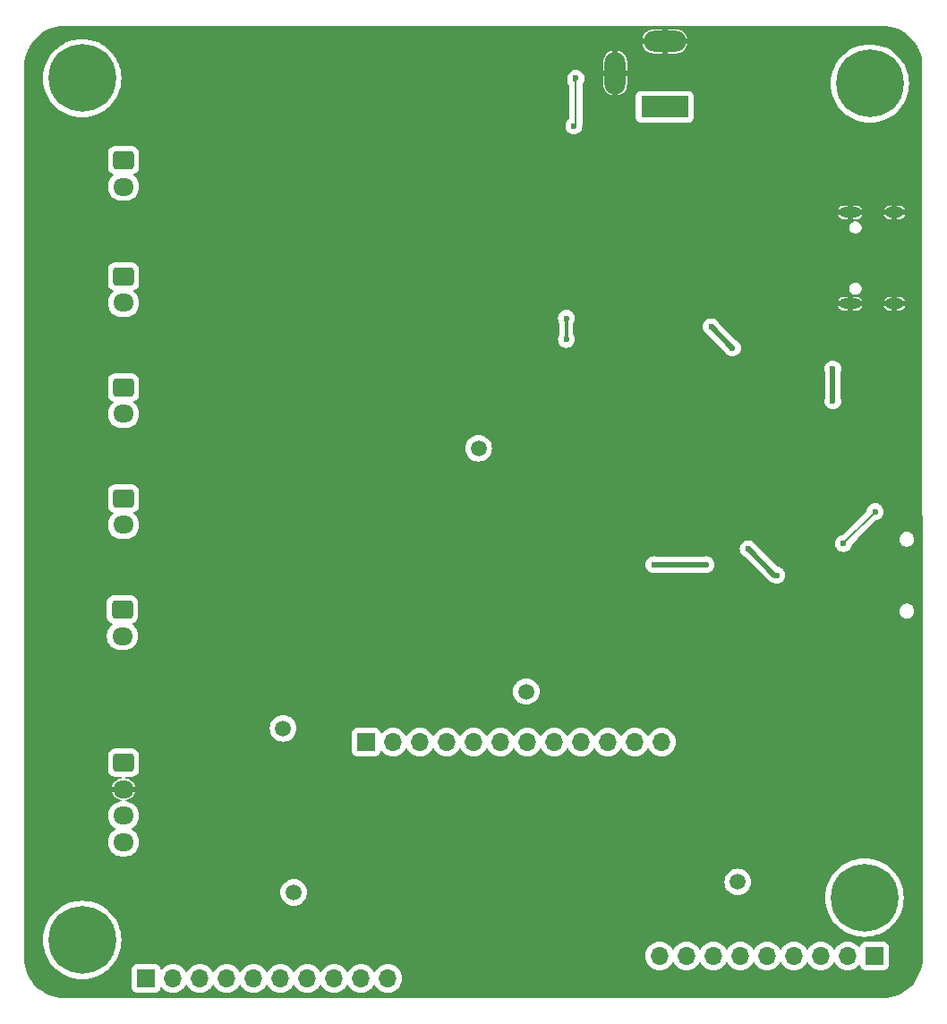
<source format=gbr>
%TF.GenerationSoftware,KiCad,Pcbnew,8.0.6*%
%TF.CreationDate,2024-11-20T22:28:01-08:00*%
%TF.ProjectId,project_rev5,70726f6a-6563-4745-9f72-6576352e6b69,REV5*%
%TF.SameCoordinates,Original*%
%TF.FileFunction,Copper,L2,Bot*%
%TF.FilePolarity,Positive*%
%FSLAX46Y46*%
G04 Gerber Fmt 4.6, Leading zero omitted, Abs format (unit mm)*
G04 Created by KiCad (PCBNEW 8.0.6) date 2024-11-20 22:28:01*
%MOMM*%
%LPD*%
G01*
G04 APERTURE LIST*
G04 Aperture macros list*
%AMRoundRect*
0 Rectangle with rounded corners*
0 $1 Rounding radius*
0 $2 $3 $4 $5 $6 $7 $8 $9 X,Y pos of 4 corners*
0 Add a 4 corners polygon primitive as box body*
4,1,4,$2,$3,$4,$5,$6,$7,$8,$9,$2,$3,0*
0 Add four circle primitives for the rounded corners*
1,1,$1+$1,$2,$3*
1,1,$1+$1,$4,$5*
1,1,$1+$1,$6,$7*
1,1,$1+$1,$8,$9*
0 Add four rect primitives between the rounded corners*
20,1,$1+$1,$2,$3,$4,$5,0*
20,1,$1+$1,$4,$5,$6,$7,0*
20,1,$1+$1,$6,$7,$8,$9,0*
20,1,$1+$1,$8,$9,$2,$3,0*%
G04 Aperture macros list end*
%TA.AperFunction,ComponentPad*%
%ADD10O,2.000000X4.000000*%
%TD*%
%TA.AperFunction,ComponentPad*%
%ADD11O,4.000000X2.000000*%
%TD*%
%TA.AperFunction,ComponentPad*%
%ADD12R,4.500000X2.000000*%
%TD*%
%TA.AperFunction,ComponentPad*%
%ADD13O,2.100000X1.000000*%
%TD*%
%TA.AperFunction,ComponentPad*%
%ADD14O,1.800000X1.000000*%
%TD*%
%TA.AperFunction,ComponentPad*%
%ADD15C,6.400000*%
%TD*%
%TA.AperFunction,ComponentPad*%
%ADD16C,1.500000*%
%TD*%
%TA.AperFunction,ComponentPad*%
%ADD17RoundRect,0.250000X-0.725000X0.600000X-0.725000X-0.600000X0.725000X-0.600000X0.725000X0.600000X0*%
%TD*%
%TA.AperFunction,ComponentPad*%
%ADD18O,1.950000X1.700000*%
%TD*%
%TA.AperFunction,ComponentPad*%
%ADD19R,1.700000X1.700000*%
%TD*%
%TA.AperFunction,ComponentPad*%
%ADD20O,1.700000X1.700000*%
%TD*%
%TA.AperFunction,ViaPad*%
%ADD21C,0.600000*%
%TD*%
%TA.AperFunction,Conductor*%
%ADD22C,0.500000*%
%TD*%
%TA.AperFunction,Conductor*%
%ADD23C,0.200000*%
%TD*%
%TA.AperFunction,Conductor*%
%ADD24C,0.300000*%
%TD*%
G04 APERTURE END LIST*
D10*
%TO.P,J1,3*%
%TO.N,GND*%
X96400000Y-71500000D03*
D11*
%TO.P,J1,2*%
X101100000Y-68500000D03*
D12*
%TO.P,J1,1*%
%TO.N,Net-(J7-Pin_1)*%
X101100000Y-74700000D03*
%TD*%
D13*
%TO.P,J8,S1,SHIELD*%
%TO.N,GND*%
X118645000Y-93320000D03*
D14*
X122825000Y-93320000D03*
D13*
X118645000Y-84680000D03*
D14*
X122825000Y-84680000D03*
%TD*%
D15*
%TO.P,H2,1*%
%TO.N,N/C*%
X120500000Y-72500000D03*
%TD*%
D16*
%TO.P,TP_BOOT1,1,1*%
%TO.N,GPIO0_BOOT*%
X88000000Y-130000000D03*
%TD*%
D17*
%TO.P,J2,1,Pin_1*%
%TO.N,Net-(J2-Pin_1)*%
X49900000Y-136750000D03*
D18*
%TO.P,J2,2,Pin_2*%
%TO.N,GND*%
X49900000Y-139250000D03*
%TO.P,J2,3,Pin_3*%
%TO.N,Net-(J2-Pin_3)*%
X49900000Y-141750000D03*
%TO.P,J2,4,Pin_4*%
%TO.N,Net-(J2-Pin_4)*%
X49900000Y-144250000D03*
%TD*%
D15*
%TO.P,H3,1*%
%TO.N,N/C*%
X120000000Y-149500000D03*
%TD*%
D19*
%TO.P,J12,1,Pin_1*%
%TO.N,GPIO_45*%
X72860000Y-134770000D03*
D20*
%TO.P,J12,2,Pin_2*%
%TO.N,GPIO_48*%
X75400000Y-134770000D03*
%TO.P,J12,3,Pin_3*%
%TO.N,GPIO_47*%
X77940000Y-134770000D03*
%TO.P,J12,4,Pin_4*%
%TO.N,GPIO_21*%
X80480000Y-134770000D03*
%TO.P,J12,5,Pin_5*%
%TO.N,GPIO_14*%
X83020000Y-134770000D03*
%TO.P,J12,6,Pin_6*%
%TO.N,GPIO_13*%
X85560000Y-134770000D03*
%TO.P,J12,7,Pin_7*%
%TO.N,GPIO_12*%
X88100000Y-134770000D03*
%TO.P,J12,8,Pin_8*%
%TO.N,GPIO_11*%
X90640000Y-134770000D03*
%TO.P,J12,9,Pin_9*%
%TO.N,GPIO_10*%
X93180000Y-134770000D03*
%TO.P,J12,10,Pin_10*%
%TO.N,GPIO_09*%
X95720000Y-134770000D03*
%TO.P,J12,11,Pin_11*%
%TO.N,GPIO_46*%
X98260000Y-134770000D03*
%TO.P,J12,12,Pin_12*%
%TO.N,GPIO_03*%
X100800000Y-134770000D03*
%TD*%
D16*
%TO.P,TP_AND1,1,1*%
%TO.N,Net-(R1-Pad1)*%
X83500000Y-107000000D03*
%TD*%
D17*
%TO.P,J4,1,Pin_1*%
%TO.N,Net-(J4-Pin_1)*%
X49900000Y-101250000D03*
D18*
%TO.P,J4,2,Pin_2*%
%TO.N,+5V_WALL*%
X49900000Y-103750000D03*
%TD*%
D17*
%TO.P,J5,1,Pin_1*%
%TO.N,Net-(J5-Pin_1)*%
X49900000Y-111750000D03*
D18*
%TO.P,J5,2,Pin_2*%
%TO.N,+5V_WALL*%
X49900000Y-114250000D03*
%TD*%
D16*
%TO.P,TP_LCELL_VCC1,1,1*%
%TO.N,Net-(J2-Pin_1)*%
X66000000Y-149000000D03*
%TD*%
D19*
%TO.P,J10,1,Pin_1*%
%TO.N,GPIO_08*%
X120940000Y-155000000D03*
D20*
%TO.P,J10,2,Pin_2*%
%TO.N,GPIO_18*%
X118400000Y-155000000D03*
%TO.P,J10,3,Pin_3*%
%TO.N,GPIO_17*%
X115860000Y-155000000D03*
%TO.P,J10,4,Pin_4*%
%TO.N,GPIO_16*%
X113320000Y-155000000D03*
%TO.P,J10,5,Pin_5*%
%TO.N,GPIO_15*%
X110780000Y-155000000D03*
%TO.P,J10,6,Pin_6*%
%TO.N,GPIO_07*%
X108240000Y-155000000D03*
%TO.P,J10,7,Pin_7*%
%TO.N,GPIO_06*%
X105700000Y-155000000D03*
%TO.P,J10,8,Pin_8*%
%TO.N,GPIO_05*%
X103160000Y-155000000D03*
%TO.P,J10,9,Pin_9*%
%TO.N,GPIO_04*%
X100620000Y-155000000D03*
%TD*%
D17*
%TO.P,J3,1,Pin_1*%
%TO.N,Net-(J3-Pin_1)*%
X49900000Y-90750000D03*
D18*
%TO.P,J3,2,Pin_2*%
%TO.N,+5V_WALL*%
X49900000Y-93250000D03*
%TD*%
D16*
%TO.P,TP_PU_EN1,1,1*%
%TO.N,CHIP_PU_EN*%
X108000000Y-148000000D03*
%TD*%
D17*
%TO.P,J6,1,Pin_1*%
%TO.N,Net-(J6-Pin_1)*%
X49800000Y-122250000D03*
D18*
%TO.P,J6,2,Pin_2*%
%TO.N,+5V_WALL*%
X49800000Y-124750000D03*
%TD*%
D15*
%TO.P,H1,1*%
%TO.N,N/C*%
X46000000Y-72000000D03*
%TD*%
%TO.P,H4,1*%
%TO.N,N/C*%
X46000000Y-153500000D03*
%TD*%
D17*
%TO.P,J7,1,Pin_1*%
%TO.N,Net-(J7-Pin_1)*%
X49900000Y-79750000D03*
D18*
%TO.P,J7,2,Pin_2*%
%TO.N,+5V_WALL*%
X49900000Y-82250000D03*
%TD*%
D19*
%TO.P,J11,1,Pin_1*%
%TO.N,GPIO_37*%
X52050000Y-157120000D03*
D20*
%TO.P,J11,2,Pin_2*%
%TO.N,GPIO_38*%
X54590000Y-157120000D03*
%TO.P,J11,3,Pin_3*%
%TO.N,GPIO_39*%
X57130000Y-157120000D03*
%TO.P,J11,4,Pin_4*%
%TO.N,GPIO_40*%
X59670000Y-157120000D03*
%TO.P,J11,5,Pin_5*%
%TO.N,GPIO_41*%
X62210000Y-157120000D03*
%TO.P,J11,6,Pin_6*%
%TO.N,GPIO_42*%
X64750000Y-157120000D03*
%TO.P,J11,7,Pin_7*%
%TO.N,GPIO_44*%
X67290000Y-157120000D03*
%TO.P,J11,8,Pin_8*%
%TO.N,GPIO_43*%
X69830000Y-157120000D03*
%TO.P,J11,9,Pin_9*%
%TO.N,GPIO_02*%
X72370000Y-157120000D03*
%TO.P,J11,10,Pin_10*%
%TO.N,GPIO_01*%
X74910000Y-157120000D03*
%TD*%
D16*
%TO.P,TP_ADC2,1,1*%
%TO.N,Net-(Q2-E)*%
X65000000Y-133500000D03*
%TD*%
D21*
%TO.N,GND*%
X117200000Y-92200000D03*
X117250000Y-85950000D03*
X99000000Y-129500000D03*
X92750000Y-129250000D03*
X58250000Y-94250000D03*
X68000000Y-145000000D03*
X122750000Y-94750000D03*
X118750000Y-94750000D03*
X122750000Y-83250000D03*
X118500000Y-83250000D03*
X109750000Y-89000000D03*
X95500000Y-88750000D03*
X90750000Y-105500000D03*
X76000000Y-101250000D03*
X82000000Y-84750000D03*
X76950000Y-78300000D03*
X70050000Y-78150000D03*
X84500000Y-72000000D03*
X98250000Y-71500000D03*
X117000000Y-69000000D03*
X107000000Y-69000000D03*
X122000000Y-77250000D03*
X114000000Y-80750000D03*
X109500000Y-85000000D03*
X112750000Y-94500000D03*
X114000000Y-98500000D03*
X121000000Y-104250000D03*
X122000000Y-140000000D03*
X109000000Y-129750000D03*
X107750000Y-135500000D03*
X116250000Y-135500000D03*
X103500000Y-143500000D03*
X108000000Y-139250000D03*
X115250000Y-143000000D03*
X98000000Y-157750000D03*
X78000000Y-157750000D03*
X95500000Y-157750000D03*
X80500000Y-157750000D03*
X51750000Y-139250000D03*
X70750000Y-140000000D03*
X64000000Y-131250000D03*
X54000000Y-132500000D03*
X54500000Y-139000000D03*
X58500000Y-125500000D03*
X58250000Y-115000000D03*
X58250000Y-104500000D03*
X115000000Y-112250000D03*
%TO.N,ESP_3.3V*%
X105010000Y-118000000D03*
X118000000Y-116000000D03*
X100080000Y-118000000D03*
X121000000Y-113000000D03*
%TO.N,GND*%
X97000000Y-81000000D03*
X91250000Y-121750000D03*
X45000000Y-110000000D03*
X45000000Y-105000000D03*
X115000000Y-117500000D03*
X65000000Y-80000000D03*
X45000000Y-90000000D03*
X117500000Y-137500000D03*
X124500000Y-80250000D03*
X99000000Y-116000000D03*
X55000000Y-105000000D03*
X69000000Y-108000000D03*
X69000000Y-99000000D03*
X55000000Y-95000000D03*
X117500000Y-132500000D03*
X77500000Y-130000000D03*
X45000000Y-95000000D03*
X90250000Y-89750000D03*
X123000000Y-131000000D03*
X105000000Y-125000000D03*
X82500000Y-142500000D03*
X62000000Y-133500000D03*
X45000000Y-145000000D03*
X85000000Y-130000000D03*
X95000000Y-112500000D03*
X82500000Y-125000000D03*
X105000000Y-130000000D03*
X55000000Y-150000000D03*
X96250000Y-95500000D03*
X96000000Y-128500000D03*
X54000000Y-118000000D03*
X116000000Y-147000000D03*
X100000000Y-126250000D03*
X50000000Y-150000000D03*
X87500000Y-145000000D03*
X80000000Y-108000000D03*
X105000000Y-80000000D03*
X114987482Y-74974842D03*
X55000000Y-80000000D03*
X123000000Y-89000000D03*
X84700000Y-77250000D03*
X105000000Y-147500000D03*
X98000000Y-124000000D03*
X65000000Y-125000000D03*
X45000000Y-140000000D03*
X45000000Y-85000000D03*
X110000000Y-147500000D03*
X65000000Y-105000000D03*
X107500000Y-112500000D03*
X67100000Y-139450000D03*
X105000000Y-90000000D03*
X92500000Y-142500000D03*
X70250000Y-148500000D03*
X67000000Y-119000000D03*
X53000000Y-141000000D03*
X60000000Y-117000000D03*
X90000000Y-85000000D03*
X45000000Y-125000000D03*
X90000000Y-157500000D03*
X107500000Y-105000000D03*
X97000000Y-105000000D03*
X113250000Y-142750000D03*
X114500000Y-107750000D03*
X82500000Y-150000000D03*
X45000000Y-100000000D03*
X55000000Y-85000000D03*
X45000000Y-120000000D03*
X102250000Y-71750000D03*
X90000000Y-80000000D03*
X106000000Y-101000000D03*
X100000000Y-143500000D03*
X45000000Y-130000000D03*
X124000000Y-121000000D03*
X82500000Y-155000000D03*
X85000000Y-152500000D03*
X85250000Y-93000000D03*
X82750000Y-101750000D03*
X105000000Y-135000000D03*
X123000000Y-100000000D03*
X65000000Y-113000000D03*
X120000000Y-97500000D03*
X67500000Y-133250000D03*
X65000000Y-85000000D03*
X44971310Y-134963254D03*
X70000000Y-90000000D03*
%TO.N,+3.3V_WALL*%
X92700000Y-72000000D03*
X92500000Y-76500000D03*
%TO.N,+5VUSB*%
X109000000Y-116500000D03*
X111698858Y-119000000D03*
%TO.N,/controller/VBUS*%
X117000000Y-99500000D03*
X117000000Y-102500000D03*
%TO.N,NFET_3.3V*%
X105500000Y-95500000D03*
X107500000Y-97500000D03*
%TO.N,Net-(R1-Pad1)*%
X91800000Y-96700000D03*
X91800000Y-94700000D03*
%TO.N,GND*%
X84650000Y-80262500D03*
X81650000Y-80262500D03*
%TD*%
D22*
%TO.N,ESP_3.3V*%
X100080000Y-118000000D02*
X105010000Y-118000000D01*
D23*
X118000000Y-116000000D02*
X121000000Y-113000000D01*
%TO.N,GND*%
X96500000Y-158000000D02*
X97000000Y-158000000D01*
%TO.N,+3.3V_WALL*%
X92500000Y-76500000D02*
X92700000Y-76300000D01*
X92500000Y-72200000D02*
X92700000Y-72000000D01*
X92700000Y-76300000D02*
X92700000Y-72000000D01*
%TO.N,+5VUSB*%
X111500000Y-119000000D02*
X111698858Y-119000000D01*
D22*
X109000000Y-116500000D02*
X111500000Y-119000000D01*
%TO.N,/controller/VBUS*%
X117000000Y-99500000D02*
X117000000Y-102500000D01*
%TO.N,NFET_3.3V*%
X105500000Y-95500000D02*
X107500000Y-97500000D01*
D24*
%TO.N,Net-(R1-Pad1)*%
X91800000Y-96700000D02*
X91800000Y-94700000D01*
%TD*%
%TA.AperFunction,Conductor*%
%TO.N,GND*%
G36*
X122083567Y-67038289D02*
G01*
X122416912Y-67096052D01*
X122423825Y-67097589D01*
X122774871Y-67193237D01*
X122781619Y-67195422D01*
X123122099Y-67323752D01*
X123128593Y-67326557D01*
X123455441Y-67486414D01*
X123461651Y-67489823D01*
X123625650Y-67590216D01*
X123771973Y-67679789D01*
X123777846Y-67683777D01*
X124068867Y-67902154D01*
X124074337Y-67906678D01*
X124343462Y-68151517D01*
X124348482Y-68156537D01*
X124593321Y-68425662D01*
X124597845Y-68431132D01*
X124816222Y-68722153D01*
X124820210Y-68728026D01*
X125010172Y-69038341D01*
X125013588Y-69044564D01*
X125173437Y-69371395D01*
X125176252Y-69377912D01*
X125304576Y-69718378D01*
X125306763Y-69725131D01*
X125402408Y-70076168D01*
X125403949Y-70083098D01*
X125461724Y-70416520D01*
X125462828Y-70429330D01*
X125495283Y-155603306D01*
X125494179Y-155616174D01*
X125436441Y-155949393D01*
X125434900Y-155956323D01*
X125339255Y-156307360D01*
X125337068Y-156314113D01*
X125208744Y-156654580D01*
X125205929Y-156661097D01*
X125046081Y-156987928D01*
X125042665Y-156994151D01*
X124852703Y-157304465D01*
X124848715Y-157310338D01*
X124630338Y-157601359D01*
X124625814Y-157606829D01*
X124380975Y-157875955D01*
X124375955Y-157880975D01*
X124106829Y-158125814D01*
X124101359Y-158130338D01*
X123810338Y-158348715D01*
X123804465Y-158352703D01*
X123494151Y-158542665D01*
X123487928Y-158546081D01*
X123161097Y-158705929D01*
X123154580Y-158708744D01*
X122814113Y-158837068D01*
X122807360Y-158839255D01*
X122456323Y-158934900D01*
X122449393Y-158936441D01*
X122116072Y-158994198D01*
X122103233Y-158995302D01*
X43896772Y-158995302D01*
X43883933Y-158994198D01*
X43550606Y-158936440D01*
X43543676Y-158934899D01*
X43192639Y-158839254D01*
X43185886Y-158837067D01*
X42845420Y-158708743D01*
X42838903Y-158705928D01*
X42512072Y-158546080D01*
X42505849Y-158542664D01*
X42195534Y-158352702D01*
X42189661Y-158348714D01*
X41898640Y-158130337D01*
X41893170Y-158125813D01*
X41624045Y-157880974D01*
X41619025Y-157875954D01*
X41547945Y-157797824D01*
X41374186Y-157606829D01*
X41369662Y-157601359D01*
X41151285Y-157310338D01*
X41147297Y-157304465D01*
X41121635Y-157262545D01*
X40957331Y-156994143D01*
X40953919Y-156987927D01*
X40794066Y-156661085D01*
X40791261Y-156654591D01*
X40662931Y-156314111D01*
X40660745Y-156307360D01*
X40657049Y-156293794D01*
X40565098Y-155956317D01*
X40563559Y-155949393D01*
X40562965Y-155945965D01*
X40505819Y-155616169D01*
X40504716Y-155603306D01*
X40505517Y-153500000D01*
X42294422Y-153500000D01*
X42314721Y-153887337D01*
X42375396Y-154270425D01*
X42375397Y-154270427D01*
X42375398Y-154270433D01*
X42416189Y-154422667D01*
X42475788Y-154645094D01*
X42614780Y-155007182D01*
X42614782Y-155007187D01*
X42790874Y-155352788D01*
X43002124Y-155678084D01*
X43002130Y-155678093D01*
X43246215Y-155979511D01*
X43246232Y-155979530D01*
X43520469Y-156253767D01*
X43520478Y-156253775D01*
X43520484Y-156253781D01*
X43520488Y-156253784D01*
X43821906Y-156497869D01*
X43821913Y-156497874D01*
X43821916Y-156497876D01*
X44073253Y-156661096D01*
X44147211Y-156709125D01*
X44492812Y-156885217D01*
X44492817Y-156885219D01*
X44776596Y-156994151D01*
X44854913Y-157024214D01*
X45229567Y-157124602D01*
X45612662Y-157185278D01*
X46000000Y-157205578D01*
X46387338Y-157185278D01*
X46770433Y-157124602D01*
X47145087Y-157024214D01*
X47305466Y-156962650D01*
X47507182Y-156885219D01*
X47507187Y-156885217D01*
X47507189Y-156885215D01*
X47507194Y-156885214D01*
X47852789Y-156709125D01*
X48178084Y-156497876D01*
X48205918Y-156475337D01*
X48353708Y-156355658D01*
X48479516Y-156253781D01*
X48511172Y-156222125D01*
X50699500Y-156222125D01*
X50699500Y-158017862D01*
X50699501Y-158017877D01*
X50705909Y-158077481D01*
X50705909Y-158077483D01*
X50756204Y-158212331D01*
X50842454Y-158327546D01*
X50957669Y-158413796D01*
X51092517Y-158464091D01*
X51152127Y-158470500D01*
X52947872Y-158470499D01*
X53007483Y-158464091D01*
X53142331Y-158413796D01*
X53257546Y-158327546D01*
X53343796Y-158212331D01*
X53394091Y-158077483D01*
X53400500Y-158017873D01*
X53400499Y-158014256D01*
X53418084Y-157965919D01*
X53462628Y-157940191D01*
X53513287Y-157949114D01*
X53537297Y-157971110D01*
X53551505Y-157991401D01*
X53551507Y-157991403D01*
X53551510Y-157991407D01*
X53718595Y-158158492D01*
X53718598Y-158158494D01*
X53718599Y-158158495D01*
X53912170Y-158294035D01*
X53912172Y-158294035D01*
X53912175Y-158294038D01*
X54090401Y-158377145D01*
X54126337Y-158393903D01*
X54354592Y-158455063D01*
X54590000Y-158475659D01*
X54825408Y-158455063D01*
X55053663Y-158393903D01*
X55267830Y-158294035D01*
X55461401Y-158158495D01*
X55628495Y-157991401D01*
X55764035Y-157797830D01*
X55791846Y-157738190D01*
X55828219Y-157701817D01*
X55879463Y-157697333D01*
X55921600Y-157726838D01*
X55928154Y-157738190D01*
X55955961Y-157797824D01*
X56091507Y-157991404D01*
X56258595Y-158158492D01*
X56258598Y-158158494D01*
X56258599Y-158158495D01*
X56452170Y-158294035D01*
X56452172Y-158294035D01*
X56452175Y-158294038D01*
X56630401Y-158377145D01*
X56666337Y-158393903D01*
X56894592Y-158455063D01*
X57130000Y-158475659D01*
X57365408Y-158455063D01*
X57593663Y-158393903D01*
X57807830Y-158294035D01*
X58001401Y-158158495D01*
X58168495Y-157991401D01*
X58304035Y-157797830D01*
X58331846Y-157738190D01*
X58368219Y-157701817D01*
X58419463Y-157697333D01*
X58461600Y-157726838D01*
X58468154Y-157738190D01*
X58495961Y-157797824D01*
X58631507Y-157991404D01*
X58798595Y-158158492D01*
X58798598Y-158158494D01*
X58798599Y-158158495D01*
X58992170Y-158294035D01*
X58992172Y-158294035D01*
X58992175Y-158294038D01*
X59170401Y-158377145D01*
X59206337Y-158393903D01*
X59434592Y-158455063D01*
X59670000Y-158475659D01*
X59905408Y-158455063D01*
X60133663Y-158393903D01*
X60347830Y-158294035D01*
X60541401Y-158158495D01*
X60708495Y-157991401D01*
X60844035Y-157797830D01*
X60871846Y-157738190D01*
X60908219Y-157701817D01*
X60959463Y-157697333D01*
X61001600Y-157726838D01*
X61008154Y-157738190D01*
X61035961Y-157797824D01*
X61171507Y-157991404D01*
X61338595Y-158158492D01*
X61338598Y-158158494D01*
X61338599Y-158158495D01*
X61532170Y-158294035D01*
X61532172Y-158294035D01*
X61532175Y-158294038D01*
X61710401Y-158377145D01*
X61746337Y-158393903D01*
X61974592Y-158455063D01*
X62210000Y-158475659D01*
X62445408Y-158455063D01*
X62673663Y-158393903D01*
X62887830Y-158294035D01*
X63081401Y-158158495D01*
X63248495Y-157991401D01*
X63384035Y-157797830D01*
X63411846Y-157738190D01*
X63448219Y-157701817D01*
X63499463Y-157697333D01*
X63541600Y-157726838D01*
X63548154Y-157738190D01*
X63575961Y-157797824D01*
X63711507Y-157991404D01*
X63878595Y-158158492D01*
X63878598Y-158158494D01*
X63878599Y-158158495D01*
X64072170Y-158294035D01*
X64072172Y-158294035D01*
X64072175Y-158294038D01*
X64250401Y-158377145D01*
X64286337Y-158393903D01*
X64514592Y-158455063D01*
X64750000Y-158475659D01*
X64985408Y-158455063D01*
X65213663Y-158393903D01*
X65427830Y-158294035D01*
X65621401Y-158158495D01*
X65788495Y-157991401D01*
X65924035Y-157797830D01*
X65951846Y-157738190D01*
X65988219Y-157701817D01*
X66039463Y-157697333D01*
X66081600Y-157726838D01*
X66088154Y-157738190D01*
X66115961Y-157797824D01*
X66251507Y-157991404D01*
X66418595Y-158158492D01*
X66418598Y-158158494D01*
X66418599Y-158158495D01*
X66612170Y-158294035D01*
X66612172Y-158294035D01*
X66612175Y-158294038D01*
X66790401Y-158377145D01*
X66826337Y-158393903D01*
X67054592Y-158455063D01*
X67290000Y-158475659D01*
X67525408Y-158455063D01*
X67753663Y-158393903D01*
X67967830Y-158294035D01*
X68161401Y-158158495D01*
X68328495Y-157991401D01*
X68464035Y-157797830D01*
X68491846Y-157738190D01*
X68528219Y-157701817D01*
X68579463Y-157697333D01*
X68621600Y-157726838D01*
X68628154Y-157738190D01*
X68655961Y-157797824D01*
X68791507Y-157991404D01*
X68958595Y-158158492D01*
X68958598Y-158158494D01*
X68958599Y-158158495D01*
X69152170Y-158294035D01*
X69152172Y-158294035D01*
X69152175Y-158294038D01*
X69330401Y-158377145D01*
X69366337Y-158393903D01*
X69594592Y-158455063D01*
X69830000Y-158475659D01*
X70065408Y-158455063D01*
X70293663Y-158393903D01*
X70507830Y-158294035D01*
X70701401Y-158158495D01*
X70868495Y-157991401D01*
X71004035Y-157797830D01*
X71031846Y-157738190D01*
X71068219Y-157701817D01*
X71119463Y-157697333D01*
X71161600Y-157726838D01*
X71168154Y-157738190D01*
X71195961Y-157797824D01*
X71331507Y-157991404D01*
X71498595Y-158158492D01*
X71498598Y-158158494D01*
X71498599Y-158158495D01*
X71692170Y-158294035D01*
X71692172Y-158294035D01*
X71692175Y-158294038D01*
X71870401Y-158377145D01*
X71906337Y-158393903D01*
X72134592Y-158455063D01*
X72370000Y-158475659D01*
X72605408Y-158455063D01*
X72833663Y-158393903D01*
X73047830Y-158294035D01*
X73241401Y-158158495D01*
X73408495Y-157991401D01*
X73544035Y-157797830D01*
X73571846Y-157738190D01*
X73608219Y-157701817D01*
X73659463Y-157697333D01*
X73701600Y-157726838D01*
X73708154Y-157738190D01*
X73735961Y-157797824D01*
X73871507Y-157991404D01*
X74038595Y-158158492D01*
X74038598Y-158158494D01*
X74038599Y-158158495D01*
X74232170Y-158294035D01*
X74232172Y-158294035D01*
X74232175Y-158294038D01*
X74410401Y-158377145D01*
X74446337Y-158393903D01*
X74674592Y-158455063D01*
X74910000Y-158475659D01*
X75145408Y-158455063D01*
X75373663Y-158393903D01*
X75587830Y-158294035D01*
X75781401Y-158158495D01*
X75948495Y-157991401D01*
X76084035Y-157797830D01*
X76183903Y-157583663D01*
X76245063Y-157355408D01*
X76265659Y-157120000D01*
X76245063Y-156884592D01*
X76183903Y-156656337D01*
X76167146Y-156620403D01*
X76084038Y-156442176D01*
X76084035Y-156442173D01*
X76084035Y-156442171D01*
X75948495Y-156248599D01*
X75948494Y-156248598D01*
X75948492Y-156248595D01*
X75781404Y-156081507D01*
X75635746Y-155979516D01*
X75587830Y-155945965D01*
X75587829Y-155945964D01*
X75587824Y-155945961D01*
X75373666Y-155846098D01*
X75373663Y-155846097D01*
X75145408Y-155784937D01*
X75145406Y-155784936D01*
X75145403Y-155784936D01*
X74910000Y-155764341D01*
X74674596Y-155784936D01*
X74446337Y-155846097D01*
X74446333Y-155846098D01*
X74232176Y-155945961D01*
X74038595Y-156081507D01*
X73871507Y-156248595D01*
X73735961Y-156442176D01*
X73708154Y-156501810D01*
X73671781Y-156538183D01*
X73620537Y-156542667D01*
X73578400Y-156513162D01*
X73571846Y-156501810D01*
X73544038Y-156442176D01*
X73544035Y-156442173D01*
X73544035Y-156442171D01*
X73408495Y-156248599D01*
X73408494Y-156248598D01*
X73408492Y-156248595D01*
X73241404Y-156081507D01*
X73095746Y-155979516D01*
X73047830Y-155945965D01*
X73047829Y-155945964D01*
X73047824Y-155945961D01*
X72833666Y-155846098D01*
X72833663Y-155846097D01*
X72605408Y-155784937D01*
X72605406Y-155784936D01*
X72605403Y-155784936D01*
X72370000Y-155764341D01*
X72134596Y-155784936D01*
X71906337Y-155846097D01*
X71906333Y-155846098D01*
X71692176Y-155945961D01*
X71498595Y-156081507D01*
X71331507Y-156248595D01*
X71195961Y-156442176D01*
X71168154Y-156501810D01*
X71131781Y-156538183D01*
X71080537Y-156542667D01*
X71038400Y-156513162D01*
X71031846Y-156501810D01*
X71004038Y-156442176D01*
X71004035Y-156442173D01*
X71004035Y-156442171D01*
X70868495Y-156248599D01*
X70868494Y-156248598D01*
X70868492Y-156248595D01*
X70701404Y-156081507D01*
X70555746Y-155979516D01*
X70507830Y-155945965D01*
X70507829Y-155945964D01*
X70507824Y-155945961D01*
X70293666Y-155846098D01*
X70293663Y-155846097D01*
X70065408Y-155784937D01*
X70065406Y-155784936D01*
X70065403Y-155784936D01*
X69830000Y-155764341D01*
X69594596Y-155784936D01*
X69366337Y-155846097D01*
X69366333Y-155846098D01*
X69152176Y-155945961D01*
X68958595Y-156081507D01*
X68791507Y-156248595D01*
X68655961Y-156442176D01*
X68628154Y-156501810D01*
X68591781Y-156538183D01*
X68540537Y-156542667D01*
X68498400Y-156513162D01*
X68491846Y-156501810D01*
X68464038Y-156442176D01*
X68464035Y-156442173D01*
X68464035Y-156442171D01*
X68328495Y-156248599D01*
X68328494Y-156248598D01*
X68328492Y-156248595D01*
X68161404Y-156081507D01*
X68015746Y-155979516D01*
X67967830Y-155945965D01*
X67967829Y-155945964D01*
X67967824Y-155945961D01*
X67753666Y-155846098D01*
X67753663Y-155846097D01*
X67525408Y-155784937D01*
X67525406Y-155784936D01*
X67525403Y-155784936D01*
X67290000Y-155764341D01*
X67054596Y-155784936D01*
X66826337Y-155846097D01*
X66826333Y-155846098D01*
X66612176Y-155945961D01*
X66418595Y-156081507D01*
X66251507Y-156248595D01*
X66115961Y-156442176D01*
X66088154Y-156501810D01*
X66051781Y-156538183D01*
X66000537Y-156542667D01*
X65958400Y-156513162D01*
X65951846Y-156501810D01*
X65924038Y-156442176D01*
X65924035Y-156442173D01*
X65924035Y-156442171D01*
X65788495Y-156248599D01*
X65788494Y-156248598D01*
X65788492Y-156248595D01*
X65621404Y-156081507D01*
X65475746Y-155979516D01*
X65427830Y-155945965D01*
X65427829Y-155945964D01*
X65427824Y-155945961D01*
X65213666Y-155846098D01*
X65213663Y-155846097D01*
X64985408Y-155784937D01*
X64985406Y-155784936D01*
X64985403Y-155784936D01*
X64750000Y-155764341D01*
X64514596Y-155784936D01*
X64286337Y-155846097D01*
X64286333Y-155846098D01*
X64072176Y-155945961D01*
X63878595Y-156081507D01*
X63711507Y-156248595D01*
X63575961Y-156442176D01*
X63548154Y-156501810D01*
X63511781Y-156538183D01*
X63460537Y-156542667D01*
X63418400Y-156513162D01*
X63411846Y-156501810D01*
X63384038Y-156442176D01*
X63384035Y-156442173D01*
X63384035Y-156442171D01*
X63248495Y-156248599D01*
X63248494Y-156248598D01*
X63248492Y-156248595D01*
X63081404Y-156081507D01*
X62935746Y-155979516D01*
X62887830Y-155945965D01*
X62887829Y-155945964D01*
X62887824Y-155945961D01*
X62673666Y-155846098D01*
X62673663Y-155846097D01*
X62445408Y-155784937D01*
X62445406Y-155784936D01*
X62445403Y-155784936D01*
X62210000Y-155764341D01*
X61974596Y-155784936D01*
X61746337Y-155846097D01*
X61746333Y-155846098D01*
X61532176Y-155945961D01*
X61338595Y-156081507D01*
X61171507Y-156248595D01*
X61035961Y-156442176D01*
X61008154Y-156501810D01*
X60971781Y-156538183D01*
X60920537Y-156542667D01*
X60878400Y-156513162D01*
X60871846Y-156501810D01*
X60844038Y-156442176D01*
X60844035Y-156442173D01*
X60844035Y-156442171D01*
X60708495Y-156248599D01*
X60708494Y-156248598D01*
X60708492Y-156248595D01*
X60541404Y-156081507D01*
X60395746Y-155979516D01*
X60347830Y-155945965D01*
X60347829Y-155945964D01*
X60347824Y-155945961D01*
X60133666Y-155846098D01*
X60133663Y-155846097D01*
X59905408Y-155784937D01*
X59905406Y-155784936D01*
X59905403Y-155784936D01*
X59670000Y-155764341D01*
X59434596Y-155784936D01*
X59206337Y-155846097D01*
X59206333Y-155846098D01*
X58992176Y-155945961D01*
X58798595Y-156081507D01*
X58631507Y-156248595D01*
X58495961Y-156442176D01*
X58468154Y-156501810D01*
X58431781Y-156538183D01*
X58380537Y-156542667D01*
X58338400Y-156513162D01*
X58331846Y-156501810D01*
X58304038Y-156442176D01*
X58304035Y-156442173D01*
X58304035Y-156442171D01*
X58168495Y-156248599D01*
X58168494Y-156248598D01*
X58168492Y-156248595D01*
X58001404Y-156081507D01*
X57855746Y-155979516D01*
X57807830Y-155945965D01*
X57807829Y-155945964D01*
X57807824Y-155945961D01*
X57593666Y-155846098D01*
X57593663Y-155846097D01*
X57365408Y-155784937D01*
X57365406Y-155784936D01*
X57365403Y-155784936D01*
X57130000Y-155764341D01*
X56894596Y-155784936D01*
X56666337Y-155846097D01*
X56666333Y-155846098D01*
X56452176Y-155945961D01*
X56258595Y-156081507D01*
X56091507Y-156248595D01*
X55955961Y-156442176D01*
X55928154Y-156501810D01*
X55891781Y-156538183D01*
X55840537Y-156542667D01*
X55798400Y-156513162D01*
X55791846Y-156501810D01*
X55764038Y-156442176D01*
X55764035Y-156442173D01*
X55764035Y-156442171D01*
X55628495Y-156248599D01*
X55628494Y-156248598D01*
X55628492Y-156248595D01*
X55461404Y-156081507D01*
X55315746Y-155979516D01*
X55267830Y-155945965D01*
X55267829Y-155945964D01*
X55267824Y-155945961D01*
X55053666Y-155846098D01*
X55053663Y-155846097D01*
X54825408Y-155784937D01*
X54825406Y-155784936D01*
X54825403Y-155784936D01*
X54590000Y-155764341D01*
X54354596Y-155784936D01*
X54126337Y-155846097D01*
X54126333Y-155846098D01*
X53912176Y-155945961D01*
X53718595Y-156081507D01*
X53551510Y-156248592D01*
X53551505Y-156248598D01*
X53551505Y-156248599D01*
X53547875Y-156253784D01*
X53537299Y-156268888D01*
X53495161Y-156298392D01*
X53443917Y-156293908D01*
X53407544Y-156257534D01*
X53400499Y-156225754D01*
X53400499Y-156222137D01*
X53400499Y-156222128D01*
X53394091Y-156162517D01*
X53343796Y-156027669D01*
X53257546Y-155912454D01*
X53142331Y-155826204D01*
X53007483Y-155775909D01*
X52947873Y-155769500D01*
X52947869Y-155769500D01*
X51152137Y-155769500D01*
X51152122Y-155769501D01*
X51092516Y-155775909D01*
X51012303Y-155805826D01*
X50957669Y-155826204D01*
X50957668Y-155826204D01*
X50957667Y-155826205D01*
X50957665Y-155826206D01*
X50842454Y-155912454D01*
X50756206Y-156027665D01*
X50756205Y-156027667D01*
X50705909Y-156162515D01*
X50705909Y-156162518D01*
X50699500Y-156222125D01*
X48511172Y-156222125D01*
X48753781Y-155979516D01*
X48945279Y-155743035D01*
X48997869Y-155678093D01*
X48997870Y-155678090D01*
X48997876Y-155678084D01*
X49209125Y-155352789D01*
X49385214Y-155007194D01*
X49387976Y-155000000D01*
X99264341Y-155000000D01*
X99284936Y-155235403D01*
X99284936Y-155235406D01*
X99284937Y-155235408D01*
X99316389Y-155352789D01*
X99346098Y-155463666D01*
X99445961Y-155677824D01*
X99445964Y-155677829D01*
X99445965Y-155677830D01*
X99520962Y-155784937D01*
X99581507Y-155871404D01*
X99748595Y-156038492D01*
X99748598Y-156038494D01*
X99748599Y-156038495D01*
X99942170Y-156174035D01*
X99942172Y-156174035D01*
X99942175Y-156174038D01*
X100113155Y-156253767D01*
X100156337Y-156273903D01*
X100384592Y-156335063D01*
X100620000Y-156355659D01*
X100855408Y-156335063D01*
X101083663Y-156273903D01*
X101297830Y-156174035D01*
X101491401Y-156038495D01*
X101658495Y-155871401D01*
X101794035Y-155677830D01*
X101821846Y-155618190D01*
X101858219Y-155581817D01*
X101909463Y-155577333D01*
X101951600Y-155606838D01*
X101958154Y-155618190D01*
X101985961Y-155677824D01*
X101985964Y-155677829D01*
X101985965Y-155677830D01*
X102060962Y-155784937D01*
X102121507Y-155871404D01*
X102288595Y-156038492D01*
X102288598Y-156038494D01*
X102288599Y-156038495D01*
X102482170Y-156174035D01*
X102482172Y-156174035D01*
X102482175Y-156174038D01*
X102653155Y-156253767D01*
X102696337Y-156273903D01*
X102924592Y-156335063D01*
X103160000Y-156355659D01*
X103395408Y-156335063D01*
X103623663Y-156273903D01*
X103837830Y-156174035D01*
X104031401Y-156038495D01*
X104198495Y-155871401D01*
X104334035Y-155677830D01*
X104361846Y-155618190D01*
X104398219Y-155581817D01*
X104449463Y-155577333D01*
X104491600Y-155606838D01*
X104498154Y-155618190D01*
X104525961Y-155677824D01*
X104525964Y-155677829D01*
X104525965Y-155677830D01*
X104600962Y-155784937D01*
X104661507Y-155871404D01*
X104828595Y-156038492D01*
X104828598Y-156038494D01*
X104828599Y-156038495D01*
X105022170Y-156174035D01*
X105022172Y-156174035D01*
X105022175Y-156174038D01*
X105193155Y-156253767D01*
X105236337Y-156273903D01*
X105464592Y-156335063D01*
X105700000Y-156355659D01*
X105935408Y-156335063D01*
X106163663Y-156273903D01*
X106377830Y-156174035D01*
X106571401Y-156038495D01*
X106738495Y-155871401D01*
X106874035Y-155677830D01*
X106901846Y-155618190D01*
X106938219Y-155581817D01*
X106989463Y-155577333D01*
X107031600Y-155606838D01*
X107038154Y-155618190D01*
X107065961Y-155677824D01*
X107065964Y-155677829D01*
X107065965Y-155677830D01*
X107140962Y-155784937D01*
X107201507Y-155871404D01*
X107368595Y-156038492D01*
X107368598Y-156038494D01*
X107368599Y-156038495D01*
X107562170Y-156174035D01*
X107562172Y-156174035D01*
X107562175Y-156174038D01*
X107733155Y-156253767D01*
X107776337Y-156273903D01*
X108004592Y-156335063D01*
X108240000Y-156355659D01*
X108475408Y-156335063D01*
X108703663Y-156273903D01*
X108917830Y-156174035D01*
X109111401Y-156038495D01*
X109278495Y-155871401D01*
X109414035Y-155677830D01*
X109441846Y-155618190D01*
X109478219Y-155581817D01*
X109529463Y-155577333D01*
X109571600Y-155606838D01*
X109578154Y-155618190D01*
X109605961Y-155677824D01*
X109605964Y-155677829D01*
X109605965Y-155677830D01*
X109680962Y-155784937D01*
X109741507Y-155871404D01*
X109908595Y-156038492D01*
X109908598Y-156038494D01*
X109908599Y-156038495D01*
X110102170Y-156174035D01*
X110102172Y-156174035D01*
X110102175Y-156174038D01*
X110273155Y-156253767D01*
X110316337Y-156273903D01*
X110544592Y-156335063D01*
X110780000Y-156355659D01*
X111015408Y-156335063D01*
X111243663Y-156273903D01*
X111457830Y-156174035D01*
X111651401Y-156038495D01*
X111818495Y-155871401D01*
X111954035Y-155677830D01*
X111981846Y-155618190D01*
X112018219Y-155581817D01*
X112069463Y-155577333D01*
X112111600Y-155606838D01*
X112118154Y-155618190D01*
X112145961Y-155677824D01*
X112145964Y-155677829D01*
X112145965Y-155677830D01*
X112220962Y-155784937D01*
X112281507Y-155871404D01*
X112448595Y-156038492D01*
X112448598Y-156038494D01*
X112448599Y-156038495D01*
X112642170Y-156174035D01*
X112642172Y-156174035D01*
X112642175Y-156174038D01*
X112813155Y-156253767D01*
X112856337Y-156273903D01*
X113084592Y-156335063D01*
X113320000Y-156355659D01*
X113555408Y-156335063D01*
X113783663Y-156273903D01*
X113997830Y-156174035D01*
X114191401Y-156038495D01*
X114358495Y-155871401D01*
X114494035Y-155677830D01*
X114521846Y-155618190D01*
X114558219Y-155581817D01*
X114609463Y-155577333D01*
X114651600Y-155606838D01*
X114658154Y-155618190D01*
X114685961Y-155677824D01*
X114685964Y-155677829D01*
X114685965Y-155677830D01*
X114760962Y-155784937D01*
X114821507Y-155871404D01*
X114988595Y-156038492D01*
X114988598Y-156038494D01*
X114988599Y-156038495D01*
X115182170Y-156174035D01*
X115182172Y-156174035D01*
X115182175Y-156174038D01*
X115353155Y-156253767D01*
X115396337Y-156273903D01*
X115624592Y-156335063D01*
X115860000Y-156355659D01*
X116095408Y-156335063D01*
X116323663Y-156273903D01*
X116537830Y-156174035D01*
X116731401Y-156038495D01*
X116898495Y-155871401D01*
X117034035Y-155677830D01*
X117061846Y-155618190D01*
X117098219Y-155581817D01*
X117149463Y-155577333D01*
X117191600Y-155606838D01*
X117198154Y-155618190D01*
X117225961Y-155677824D01*
X117225964Y-155677829D01*
X117225965Y-155677830D01*
X117300962Y-155784937D01*
X117361507Y-155871404D01*
X117528595Y-156038492D01*
X117528598Y-156038494D01*
X117528599Y-156038495D01*
X117722170Y-156174035D01*
X117722172Y-156174035D01*
X117722175Y-156174038D01*
X117893155Y-156253767D01*
X117936337Y-156273903D01*
X118164592Y-156335063D01*
X118400000Y-156355659D01*
X118635408Y-156335063D01*
X118863663Y-156273903D01*
X119077830Y-156174035D01*
X119271401Y-156038495D01*
X119438495Y-155871401D01*
X119452700Y-155851113D01*
X119494834Y-155821608D01*
X119546078Y-155826089D01*
X119582453Y-155862461D01*
X119589500Y-155894232D01*
X119589500Y-155897855D01*
X119589501Y-155897877D01*
X119591213Y-155913802D01*
X119595909Y-155957483D01*
X119646204Y-156092331D01*
X119732454Y-156207546D01*
X119847669Y-156293796D01*
X119982517Y-156344091D01*
X120042127Y-156350500D01*
X121837872Y-156350499D01*
X121897483Y-156344091D01*
X122032331Y-156293796D01*
X122147546Y-156207546D01*
X122233796Y-156092331D01*
X122284091Y-155957483D01*
X122290500Y-155897873D01*
X122290499Y-154102128D01*
X122284091Y-154042517D01*
X122233796Y-153907669D01*
X122147546Y-153792454D01*
X122032331Y-153706204D01*
X121897483Y-153655909D01*
X121837873Y-153649500D01*
X121837869Y-153649500D01*
X120042137Y-153649500D01*
X120042122Y-153649501D01*
X119982516Y-153655909D01*
X119902303Y-153685826D01*
X119847669Y-153706204D01*
X119847668Y-153706204D01*
X119847667Y-153706205D01*
X119847665Y-153706206D01*
X119732454Y-153792454D01*
X119646206Y-153907665D01*
X119646205Y-153907667D01*
X119595909Y-154042515D01*
X119595909Y-154042518D01*
X119589500Y-154102125D01*
X119589500Y-154105753D01*
X119571907Y-154154091D01*
X119527358Y-154179811D01*
X119476700Y-154170878D01*
X119452700Y-154148886D01*
X119438492Y-154128595D01*
X119271404Y-153961507D01*
X119077824Y-153825961D01*
X118863666Y-153726098D01*
X118863663Y-153726097D01*
X118635408Y-153664937D01*
X118635406Y-153664936D01*
X118635403Y-153664936D01*
X118400000Y-153644341D01*
X118164596Y-153664936D01*
X117936337Y-153726097D01*
X117936333Y-153726098D01*
X117722176Y-153825961D01*
X117528595Y-153961507D01*
X117361507Y-154128595D01*
X117225961Y-154322176D01*
X117198154Y-154381810D01*
X117161781Y-154418183D01*
X117110537Y-154422667D01*
X117068400Y-154393162D01*
X117061846Y-154381810D01*
X117034038Y-154322176D01*
X117034035Y-154322173D01*
X117034035Y-154322171D01*
X116898495Y-154128599D01*
X116898494Y-154128598D01*
X116898492Y-154128595D01*
X116731404Y-153961507D01*
X116537824Y-153825961D01*
X116323666Y-153726098D01*
X116323663Y-153726097D01*
X116095408Y-153664937D01*
X116095406Y-153664936D01*
X116095403Y-153664936D01*
X115860000Y-153644341D01*
X115624596Y-153664936D01*
X115396337Y-153726097D01*
X115396333Y-153726098D01*
X115182176Y-153825961D01*
X114988595Y-153961507D01*
X114821507Y-154128595D01*
X114685961Y-154322176D01*
X114658154Y-154381810D01*
X114621781Y-154418183D01*
X114570537Y-154422667D01*
X114528400Y-154393162D01*
X114521846Y-154381810D01*
X114494038Y-154322176D01*
X114494035Y-154322173D01*
X114494035Y-154322171D01*
X114358495Y-154128599D01*
X114358494Y-154128598D01*
X114358492Y-154128595D01*
X114191404Y-153961507D01*
X113997824Y-153825961D01*
X113783666Y-153726098D01*
X113783663Y-153726097D01*
X113555408Y-153664937D01*
X113555406Y-153664936D01*
X113555403Y-153664936D01*
X113320000Y-153644341D01*
X113084596Y-153664936D01*
X112856337Y-153726097D01*
X112856333Y-153726098D01*
X112642176Y-153825961D01*
X112448595Y-153961507D01*
X112281507Y-154128595D01*
X112145961Y-154322176D01*
X112118154Y-154381810D01*
X112081781Y-154418183D01*
X112030537Y-154422667D01*
X111988400Y-154393162D01*
X111981846Y-154381810D01*
X111954038Y-154322176D01*
X111954035Y-154322173D01*
X111954035Y-154322171D01*
X111818495Y-154128599D01*
X111818494Y-154128598D01*
X111818492Y-154128595D01*
X111651404Y-153961507D01*
X111457824Y-153825961D01*
X111243666Y-153726098D01*
X111243663Y-153726097D01*
X111015408Y-153664937D01*
X111015406Y-153664936D01*
X111015403Y-153664936D01*
X110780000Y-153644341D01*
X110544596Y-153664936D01*
X110316337Y-153726097D01*
X110316333Y-153726098D01*
X110102176Y-153825961D01*
X109908595Y-153961507D01*
X109741507Y-154128595D01*
X109605961Y-154322176D01*
X109578154Y-154381810D01*
X109541781Y-154418183D01*
X109490537Y-154422667D01*
X109448400Y-154393162D01*
X109441846Y-154381810D01*
X109414038Y-154322176D01*
X109414035Y-154322173D01*
X109414035Y-154322171D01*
X109278495Y-154128599D01*
X109278494Y-154128598D01*
X109278492Y-154128595D01*
X109111404Y-153961507D01*
X108917824Y-153825961D01*
X108703666Y-153726098D01*
X108703663Y-153726097D01*
X108475408Y-153664937D01*
X108475406Y-153664936D01*
X108475403Y-153664936D01*
X108240000Y-153644341D01*
X108004596Y-153664936D01*
X107776337Y-153726097D01*
X107776333Y-153726098D01*
X107562176Y-153825961D01*
X107368595Y-153961507D01*
X107201507Y-154128595D01*
X107065961Y-154322176D01*
X107038154Y-154381810D01*
X107001781Y-154418183D01*
X106950537Y-154422667D01*
X106908400Y-154393162D01*
X106901846Y-154381810D01*
X106874038Y-154322176D01*
X106874035Y-154322173D01*
X106874035Y-154322171D01*
X106738495Y-154128599D01*
X106738494Y-154128598D01*
X106738492Y-154128595D01*
X106571404Y-153961507D01*
X106377824Y-153825961D01*
X106163666Y-153726098D01*
X106163663Y-153726097D01*
X105935408Y-153664937D01*
X105935406Y-153664936D01*
X105935403Y-153664936D01*
X105700000Y-153644341D01*
X105464596Y-153664936D01*
X105236337Y-153726097D01*
X105236333Y-153726098D01*
X105022176Y-153825961D01*
X104828595Y-153961507D01*
X104661507Y-154128595D01*
X104525961Y-154322176D01*
X104498154Y-154381810D01*
X104461781Y-154418183D01*
X104410537Y-154422667D01*
X104368400Y-154393162D01*
X104361846Y-154381810D01*
X104334038Y-154322176D01*
X104334035Y-154322173D01*
X104334035Y-154322171D01*
X104198495Y-154128599D01*
X104198494Y-154128598D01*
X104198492Y-154128595D01*
X104031404Y-153961507D01*
X103837824Y-153825961D01*
X103623666Y-153726098D01*
X103623663Y-153726097D01*
X103395408Y-153664937D01*
X103395406Y-153664936D01*
X103395403Y-153664936D01*
X103160000Y-153644341D01*
X102924596Y-153664936D01*
X102696337Y-153726097D01*
X102696333Y-153726098D01*
X102482176Y-153825961D01*
X102288595Y-153961507D01*
X102121507Y-154128595D01*
X101985961Y-154322176D01*
X101958154Y-154381810D01*
X101921781Y-154418183D01*
X101870537Y-154422667D01*
X101828400Y-154393162D01*
X101821846Y-154381810D01*
X101794038Y-154322176D01*
X101794035Y-154322173D01*
X101794035Y-154322171D01*
X101658495Y-154128599D01*
X101658494Y-154128598D01*
X101658492Y-154128595D01*
X101491404Y-153961507D01*
X101297824Y-153825961D01*
X101083666Y-153726098D01*
X101083663Y-153726097D01*
X100855408Y-153664937D01*
X100855406Y-153664936D01*
X100855403Y-153664936D01*
X100620000Y-153644341D01*
X100384596Y-153664936D01*
X100156337Y-153726097D01*
X100156333Y-153726098D01*
X99942176Y-153825961D01*
X99748595Y-153961507D01*
X99581507Y-154128595D01*
X99445961Y-154322176D01*
X99346098Y-154536333D01*
X99346097Y-154536337D01*
X99284936Y-154764596D01*
X99264341Y-155000000D01*
X49387976Y-155000000D01*
X49524214Y-154645087D01*
X49624602Y-154270433D01*
X49685278Y-153887338D01*
X49705578Y-153500000D01*
X49685278Y-153112662D01*
X49624602Y-152729567D01*
X49524214Y-152354913D01*
X49485388Y-152253767D01*
X49385219Y-151992817D01*
X49385217Y-151992812D01*
X49209125Y-151647211D01*
X49017925Y-151352789D01*
X48997876Y-151321916D01*
X48997874Y-151321913D01*
X48997869Y-151321906D01*
X48753784Y-151020488D01*
X48753781Y-151020484D01*
X48753775Y-151020478D01*
X48753767Y-151020469D01*
X48479530Y-150746232D01*
X48479520Y-150746223D01*
X48479516Y-150746219D01*
X48468481Y-150737283D01*
X48178093Y-150502130D01*
X48178084Y-150502124D01*
X47852788Y-150290874D01*
X47507187Y-150114782D01*
X47507182Y-150114780D01*
X47145094Y-149975788D01*
X47092151Y-149961602D01*
X46770433Y-149875398D01*
X46770427Y-149875397D01*
X46770425Y-149875396D01*
X46387337Y-149814721D01*
X46000000Y-149794422D01*
X45612662Y-149814721D01*
X45229574Y-149875396D01*
X45229572Y-149875397D01*
X45229570Y-149875397D01*
X45229567Y-149875398D01*
X44966211Y-149945963D01*
X44854905Y-149975788D01*
X44492817Y-150114780D01*
X44492812Y-150114782D01*
X44147211Y-150290874D01*
X43821915Y-150502124D01*
X43821906Y-150502130D01*
X43520488Y-150746215D01*
X43520469Y-150746232D01*
X43246232Y-151020469D01*
X43246215Y-151020488D01*
X43002130Y-151321906D01*
X43002124Y-151321915D01*
X42790874Y-151647211D01*
X42614782Y-151992812D01*
X42614780Y-151992817D01*
X42475788Y-152354905D01*
X42475786Y-152354913D01*
X42380876Y-152709125D01*
X42375397Y-152729572D01*
X42375396Y-152729574D01*
X42314721Y-153112662D01*
X42294422Y-153500000D01*
X40505517Y-153500000D01*
X40507231Y-149000000D01*
X64744723Y-149000000D01*
X64763792Y-149217972D01*
X64763792Y-149217975D01*
X64763793Y-149217977D01*
X64773788Y-149255277D01*
X64820425Y-149429329D01*
X64820426Y-149429333D01*
X64912894Y-149627633D01*
X65038397Y-149806871D01*
X65038408Y-149806884D01*
X65193115Y-149961591D01*
X65193128Y-149961602D01*
X65213388Y-149975788D01*
X65372361Y-150087102D01*
X65372363Y-150087102D01*
X65372366Y-150087105D01*
X65537394Y-150164058D01*
X65570670Y-150179575D01*
X65782023Y-150236207D01*
X66000000Y-150255277D01*
X66217977Y-150236207D01*
X66429330Y-150179575D01*
X66627639Y-150087102D01*
X66806877Y-149961598D01*
X66961598Y-149806877D01*
X67087102Y-149627639D01*
X67146621Y-149500000D01*
X116294422Y-149500000D01*
X116314721Y-149887337D01*
X116375396Y-150270425D01*
X116375397Y-150270427D01*
X116375398Y-150270433D01*
X116437481Y-150502130D01*
X116475788Y-150645094D01*
X116614780Y-151007182D01*
X116614782Y-151007187D01*
X116790874Y-151352788D01*
X117002124Y-151678084D01*
X117002130Y-151678093D01*
X117246215Y-151979511D01*
X117246232Y-151979530D01*
X117520469Y-152253767D01*
X117520478Y-152253775D01*
X117520484Y-152253781D01*
X117520488Y-152253784D01*
X117821906Y-152497869D01*
X117821913Y-152497874D01*
X117821916Y-152497876D01*
X118147211Y-152709125D01*
X118492812Y-152885217D01*
X118492817Y-152885219D01*
X118854905Y-153024211D01*
X118854913Y-153024214D01*
X119229567Y-153124602D01*
X119612662Y-153185278D01*
X120000000Y-153205578D01*
X120387338Y-153185278D01*
X120770433Y-153124602D01*
X121145087Y-153024214D01*
X121305466Y-152962650D01*
X121507182Y-152885219D01*
X121507187Y-152885217D01*
X121507189Y-152885215D01*
X121507194Y-152885214D01*
X121852789Y-152709125D01*
X122178084Y-152497876D01*
X122479516Y-152253781D01*
X122753781Y-151979516D01*
X122997876Y-151678084D01*
X123209125Y-151352789D01*
X123385214Y-151007194D01*
X123524214Y-150645087D01*
X123624602Y-150270433D01*
X123685278Y-149887338D01*
X123705578Y-149500000D01*
X123685278Y-149112662D01*
X123624602Y-148729567D01*
X123524214Y-148354913D01*
X123471649Y-148217977D01*
X123385219Y-147992817D01*
X123385217Y-147992812D01*
X123209125Y-147647211D01*
X122997875Y-147321915D01*
X122997869Y-147321906D01*
X122797442Y-147074400D01*
X122753781Y-147020484D01*
X122753775Y-147020478D01*
X122753767Y-147020469D01*
X122479530Y-146746232D01*
X122479520Y-146746223D01*
X122479516Y-146746219D01*
X122468481Y-146737283D01*
X122178093Y-146502130D01*
X122178084Y-146502124D01*
X121852788Y-146290874D01*
X121507187Y-146114782D01*
X121507182Y-146114780D01*
X121145094Y-145975788D01*
X121145087Y-145975786D01*
X120770433Y-145875398D01*
X120770427Y-145875397D01*
X120770425Y-145875396D01*
X120387337Y-145814721D01*
X120000000Y-145794422D01*
X119612662Y-145814721D01*
X119229574Y-145875396D01*
X119229572Y-145875397D01*
X119229570Y-145875397D01*
X119229567Y-145875398D01*
X118966211Y-145945963D01*
X118854905Y-145975788D01*
X118492817Y-146114780D01*
X118492812Y-146114782D01*
X118147211Y-146290874D01*
X117821915Y-146502124D01*
X117821906Y-146502130D01*
X117520488Y-146746215D01*
X117520469Y-146746232D01*
X117246232Y-147020469D01*
X117246215Y-147020488D01*
X117002130Y-147321906D01*
X117002124Y-147321915D01*
X116790874Y-147647211D01*
X116614782Y-147992812D01*
X116614780Y-147992817D01*
X116475788Y-148354905D01*
X116471109Y-148372367D01*
X116402710Y-148627639D01*
X116375397Y-148729572D01*
X116375396Y-148729574D01*
X116314721Y-149112662D01*
X116294422Y-149500000D01*
X67146621Y-149500000D01*
X67179575Y-149429330D01*
X67236207Y-149217977D01*
X67255277Y-149000000D01*
X67236207Y-148782023D01*
X67179575Y-148570670D01*
X67164059Y-148537396D01*
X67087105Y-148372367D01*
X67087102Y-148372364D01*
X67087102Y-148372362D01*
X66961598Y-148193123D01*
X66961597Y-148193122D01*
X66961595Y-148193119D01*
X66806884Y-148038408D01*
X66806871Y-148038397D01*
X66752034Y-148000000D01*
X106744723Y-148000000D01*
X106763792Y-148217972D01*
X106763792Y-148217975D01*
X106763793Y-148217977D01*
X106805162Y-148372367D01*
X106820425Y-148429329D01*
X106820426Y-148429333D01*
X106912894Y-148627633D01*
X107038397Y-148806871D01*
X107038408Y-148806884D01*
X107193115Y-148961591D01*
X107193128Y-148961602D01*
X107282560Y-149024222D01*
X107372361Y-149087102D01*
X107372363Y-149087102D01*
X107372366Y-149087105D01*
X107537394Y-149164058D01*
X107570670Y-149179575D01*
X107782023Y-149236207D01*
X108000000Y-149255277D01*
X108217977Y-149236207D01*
X108429330Y-149179575D01*
X108627639Y-149087102D01*
X108806877Y-148961598D01*
X108961598Y-148806877D01*
X109087102Y-148627639D01*
X109179575Y-148429330D01*
X109236207Y-148217977D01*
X109255277Y-148000000D01*
X109236207Y-147782023D01*
X109179575Y-147570670D01*
X109164059Y-147537396D01*
X109087105Y-147372367D01*
X109087102Y-147372364D01*
X109087102Y-147372362D01*
X108961598Y-147193123D01*
X108961597Y-147193122D01*
X108961595Y-147193119D01*
X108806884Y-147038408D01*
X108806871Y-147038397D01*
X108627633Y-146912894D01*
X108429333Y-146820426D01*
X108429331Y-146820425D01*
X108429330Y-146820425D01*
X108217977Y-146763793D01*
X108217975Y-146763792D01*
X108217972Y-146763792D01*
X108000000Y-146744723D01*
X107782027Y-146763792D01*
X107570670Y-146820425D01*
X107570666Y-146820426D01*
X107372367Y-146912894D01*
X107193119Y-147038404D01*
X107038404Y-147193119D01*
X106912894Y-147372367D01*
X106820426Y-147570666D01*
X106820425Y-147570670D01*
X106763792Y-147782027D01*
X106744723Y-148000000D01*
X66752034Y-148000000D01*
X66627633Y-147912894D01*
X66429333Y-147820426D01*
X66429331Y-147820425D01*
X66429330Y-147820425D01*
X66217977Y-147763793D01*
X66217975Y-147763792D01*
X66217972Y-147763792D01*
X66000000Y-147744723D01*
X65782027Y-147763792D01*
X65570670Y-147820425D01*
X65570666Y-147820426D01*
X65372367Y-147912894D01*
X65193119Y-148038404D01*
X65038404Y-148193119D01*
X64912894Y-148372367D01*
X64820426Y-148570666D01*
X64820425Y-148570670D01*
X64763792Y-148782027D01*
X64744723Y-149000000D01*
X40507231Y-149000000D01*
X40512146Y-136099991D01*
X48424500Y-136099991D01*
X48424500Y-136099996D01*
X48424500Y-136099997D01*
X48424500Y-137400003D01*
X48435001Y-137502798D01*
X48490186Y-137669334D01*
X48582286Y-137818654D01*
X48582291Y-137818660D01*
X48706339Y-137942708D01*
X48706345Y-137942713D01*
X48781005Y-137988763D01*
X48855666Y-138034814D01*
X49022203Y-138089999D01*
X49124991Y-138100500D01*
X49652276Y-138100499D01*
X49700613Y-138118092D01*
X49726333Y-138162641D01*
X49717400Y-138213299D01*
X49677995Y-138246364D01*
X49666946Y-138249454D01*
X49482614Y-138286121D01*
X49482611Y-138286122D01*
X49300187Y-138361684D01*
X49136001Y-138471389D01*
X48996389Y-138611001D01*
X48886684Y-138775187D01*
X48811121Y-138957613D01*
X48802690Y-138999999D01*
X48802690Y-139000000D01*
X49495854Y-139000000D01*
X49457370Y-139066657D01*
X49425000Y-139187465D01*
X49425000Y-139312535D01*
X49457370Y-139433343D01*
X49495854Y-139500000D01*
X48802690Y-139500000D01*
X48811121Y-139542386D01*
X48886684Y-139724812D01*
X48996389Y-139888998D01*
X49136001Y-140028610D01*
X49300187Y-140138315D01*
X49482611Y-140213877D01*
X49482614Y-140213878D01*
X49671609Y-140251472D01*
X49715585Y-140278158D01*
X49732120Y-140326868D01*
X49713476Y-140374810D01*
X49668702Y-140399501D01*
X49458764Y-140432752D01*
X49458752Y-140432755D01*
X49256598Y-140498439D01*
X49256590Y-140498442D01*
X49256588Y-140498443D01*
X49256584Y-140498444D01*
X49256584Y-140498445D01*
X49067179Y-140594951D01*
X48895215Y-140719889D01*
X48895202Y-140719900D01*
X48744900Y-140870202D01*
X48744889Y-140870215D01*
X48619951Y-141042179D01*
X48523445Y-141231584D01*
X48523439Y-141231598D01*
X48457755Y-141433752D01*
X48457752Y-141433764D01*
X48424500Y-141643710D01*
X48424500Y-141856289D01*
X48457752Y-142066235D01*
X48457754Y-142066243D01*
X48523443Y-142268412D01*
X48523445Y-142268415D01*
X48619951Y-142457820D01*
X48744889Y-142629784D01*
X48744900Y-142629797D01*
X48895202Y-142780099D01*
X48895215Y-142780110D01*
X49067181Y-142905049D01*
X49067184Y-142905051D01*
X49091739Y-142917562D01*
X49122030Y-142932997D01*
X49157111Y-142970617D01*
X49159803Y-143021987D01*
X49128845Y-143063068D01*
X49122030Y-143067003D01*
X49067181Y-143094950D01*
X48895215Y-143219889D01*
X48895202Y-143219900D01*
X48744900Y-143370202D01*
X48744889Y-143370215D01*
X48619951Y-143542179D01*
X48523445Y-143731584D01*
X48523439Y-143731598D01*
X48457755Y-143933752D01*
X48457752Y-143933764D01*
X48424500Y-144143710D01*
X48424500Y-144356289D01*
X48457752Y-144566235D01*
X48457754Y-144566243D01*
X48523443Y-144768412D01*
X48523445Y-144768415D01*
X48619951Y-144957820D01*
X48744889Y-145129784D01*
X48744900Y-145129797D01*
X48895202Y-145280099D01*
X48895215Y-145280110D01*
X49067179Y-145405048D01*
X49067181Y-145405049D01*
X49067184Y-145405051D01*
X49256588Y-145501557D01*
X49458757Y-145567246D01*
X49668713Y-145600500D01*
X49668717Y-145600500D01*
X50131283Y-145600500D01*
X50131287Y-145600500D01*
X50341243Y-145567246D01*
X50543412Y-145501557D01*
X50732816Y-145405051D01*
X50904792Y-145280104D01*
X51055104Y-145129792D01*
X51180051Y-144957816D01*
X51276557Y-144768412D01*
X51342246Y-144566243D01*
X51375500Y-144356287D01*
X51375500Y-144143713D01*
X51342246Y-143933757D01*
X51276557Y-143731588D01*
X51180051Y-143542184D01*
X51180049Y-143542181D01*
X51180048Y-143542179D01*
X51055110Y-143370215D01*
X51055099Y-143370202D01*
X50904797Y-143219900D01*
X50904784Y-143219889D01*
X50732829Y-143094957D01*
X50732821Y-143094952D01*
X50732816Y-143094949D01*
X50677967Y-143067002D01*
X50642887Y-143029383D01*
X50640195Y-142978014D01*
X50671152Y-142936932D01*
X50677957Y-142933002D01*
X50732816Y-142905051D01*
X50732826Y-142905043D01*
X50732829Y-142905042D01*
X50904784Y-142780110D01*
X50904785Y-142780108D01*
X50904792Y-142780104D01*
X51055104Y-142629792D01*
X51180051Y-142457816D01*
X51276557Y-142268412D01*
X51342246Y-142066243D01*
X51375500Y-141856287D01*
X51375500Y-141643713D01*
X51342246Y-141433757D01*
X51276557Y-141231588D01*
X51180051Y-141042184D01*
X51180049Y-141042181D01*
X51180048Y-141042179D01*
X51055110Y-140870215D01*
X51055099Y-140870202D01*
X50904797Y-140719900D01*
X50904784Y-140719889D01*
X50732820Y-140594951D01*
X50718657Y-140587735D01*
X50543412Y-140498443D01*
X50543405Y-140498440D01*
X50543401Y-140498439D01*
X50341247Y-140432755D01*
X50341235Y-140432752D01*
X50131297Y-140399501D01*
X50086307Y-140374562D01*
X50067872Y-140326539D01*
X50084620Y-140277902D01*
X50128390Y-140251472D01*
X50317386Y-140213878D01*
X50317388Y-140213877D01*
X50499812Y-140138315D01*
X50663998Y-140028610D01*
X50803610Y-139888998D01*
X50913315Y-139724812D01*
X50988878Y-139542386D01*
X50997309Y-139500000D01*
X50304146Y-139500000D01*
X50342630Y-139433343D01*
X50375000Y-139312535D01*
X50375000Y-139187465D01*
X50342630Y-139066657D01*
X50304146Y-139000000D01*
X50997310Y-139000000D01*
X50997309Y-138999999D01*
X50988878Y-138957613D01*
X50913315Y-138775187D01*
X50803610Y-138611001D01*
X50663998Y-138471389D01*
X50499812Y-138361684D01*
X50317388Y-138286122D01*
X50317385Y-138286121D01*
X50133051Y-138249454D01*
X50089074Y-138222768D01*
X50072540Y-138174058D01*
X50091184Y-138126116D01*
X50136283Y-138101374D01*
X50147717Y-138100499D01*
X50675008Y-138100499D01*
X50777797Y-138089999D01*
X50944334Y-138034814D01*
X51093656Y-137942712D01*
X51217712Y-137818656D01*
X51309814Y-137669334D01*
X51364999Y-137502797D01*
X51375500Y-137400009D01*
X51375499Y-136099992D01*
X51364999Y-135997203D01*
X51309814Y-135830666D01*
X51246171Y-135727483D01*
X51217713Y-135681345D01*
X51217708Y-135681339D01*
X51093660Y-135557291D01*
X51093654Y-135557286D01*
X50944334Y-135465186D01*
X50777798Y-135410001D01*
X50764948Y-135408688D01*
X50675009Y-135399500D01*
X50675002Y-135399500D01*
X49124996Y-135399500D01*
X49022201Y-135410001D01*
X48855665Y-135465186D01*
X48706345Y-135557286D01*
X48706339Y-135557291D01*
X48582291Y-135681339D01*
X48582286Y-135681345D01*
X48490186Y-135830665D01*
X48435001Y-135997201D01*
X48435001Y-135997203D01*
X48424500Y-136099991D01*
X40512146Y-136099991D01*
X40513137Y-133500000D01*
X63744723Y-133500000D01*
X63763792Y-133717972D01*
X63763792Y-133717975D01*
X63763793Y-133717977D01*
X63812189Y-133898592D01*
X63820425Y-133929329D01*
X63820426Y-133929333D01*
X63912894Y-134127633D01*
X64038397Y-134306871D01*
X64038408Y-134306884D01*
X64193115Y-134461591D01*
X64193128Y-134461602D01*
X64282560Y-134524222D01*
X64372361Y-134587102D01*
X64372363Y-134587102D01*
X64372366Y-134587105D01*
X64537394Y-134664058D01*
X64570670Y-134679575D01*
X64782023Y-134736207D01*
X65000000Y-134755277D01*
X65217977Y-134736207D01*
X65429330Y-134679575D01*
X65627639Y-134587102D01*
X65806877Y-134461598D01*
X65961598Y-134306877D01*
X66087102Y-134127639D01*
X66088176Y-134125337D01*
X66172777Y-133943908D01*
X66179575Y-133929330D01*
X66194903Y-133872125D01*
X71509500Y-133872125D01*
X71509500Y-135667862D01*
X71509501Y-135667877D01*
X71510949Y-135681344D01*
X71515909Y-135727483D01*
X71566204Y-135862331D01*
X71652454Y-135977546D01*
X71767669Y-136063796D01*
X71902517Y-136114091D01*
X71962127Y-136120500D01*
X73757872Y-136120499D01*
X73817483Y-136114091D01*
X73952331Y-136063796D01*
X74067546Y-135977546D01*
X74153796Y-135862331D01*
X74204091Y-135727483D01*
X74210500Y-135667873D01*
X74210499Y-135664256D01*
X74228084Y-135615919D01*
X74272628Y-135590191D01*
X74323287Y-135599114D01*
X74347297Y-135621110D01*
X74361505Y-135641401D01*
X74361507Y-135641403D01*
X74361510Y-135641407D01*
X74528595Y-135808492D01*
X74528598Y-135808494D01*
X74528599Y-135808495D01*
X74722170Y-135944035D01*
X74722172Y-135944035D01*
X74722175Y-135944038D01*
X74900401Y-136027145D01*
X74936337Y-136043903D01*
X75164592Y-136105063D01*
X75400000Y-136125659D01*
X75635408Y-136105063D01*
X75863663Y-136043903D01*
X76077830Y-135944035D01*
X76271401Y-135808495D01*
X76438495Y-135641401D01*
X76574035Y-135447830D01*
X76591675Y-135410001D01*
X76601846Y-135388190D01*
X76638219Y-135351817D01*
X76689463Y-135347333D01*
X76731600Y-135376838D01*
X76738154Y-135388190D01*
X76765961Y-135447824D01*
X76765964Y-135447829D01*
X76765965Y-135447830D01*
X76856325Y-135576877D01*
X76901507Y-135641404D01*
X77068595Y-135808492D01*
X77068598Y-135808494D01*
X77068599Y-135808495D01*
X77262170Y-135944035D01*
X77262172Y-135944035D01*
X77262175Y-135944038D01*
X77440401Y-136027145D01*
X77476337Y-136043903D01*
X77704592Y-136105063D01*
X77940000Y-136125659D01*
X78175408Y-136105063D01*
X78403663Y-136043903D01*
X78617830Y-135944035D01*
X78811401Y-135808495D01*
X78978495Y-135641401D01*
X79114035Y-135447830D01*
X79131675Y-135410001D01*
X79141846Y-135388190D01*
X79178219Y-135351817D01*
X79229463Y-135347333D01*
X79271600Y-135376838D01*
X79278154Y-135388190D01*
X79305961Y-135447824D01*
X79305964Y-135447829D01*
X79305965Y-135447830D01*
X79396325Y-135576877D01*
X79441507Y-135641404D01*
X79608595Y-135808492D01*
X79608598Y-135808494D01*
X79608599Y-135808495D01*
X79802170Y-135944035D01*
X79802172Y-135944035D01*
X79802175Y-135944038D01*
X79980401Y-136027145D01*
X80016337Y-136043903D01*
X80244592Y-136105063D01*
X80480000Y-136125659D01*
X80715408Y-136105063D01*
X80943663Y-136043903D01*
X81157830Y-135944035D01*
X81351401Y-135808495D01*
X81518495Y-135641401D01*
X81654035Y-135447830D01*
X81671675Y-135410001D01*
X81681846Y-135388190D01*
X81718219Y-135351817D01*
X81769463Y-135347333D01*
X81811600Y-135376838D01*
X81818154Y-135388190D01*
X81845961Y-135447824D01*
X81845964Y-135447829D01*
X81845965Y-135447830D01*
X81936325Y-135576877D01*
X81981507Y-135641404D01*
X82148595Y-135808492D01*
X82148598Y-135808494D01*
X82148599Y-135808495D01*
X82342170Y-135944035D01*
X82342172Y-135944035D01*
X82342175Y-135944038D01*
X82520401Y-136027145D01*
X82556337Y-136043903D01*
X82784592Y-136105063D01*
X83020000Y-136125659D01*
X83255408Y-136105063D01*
X83483663Y-136043903D01*
X83697830Y-135944035D01*
X83891401Y-135808495D01*
X84058495Y-135641401D01*
X84194035Y-135447830D01*
X84211675Y-135410001D01*
X84221846Y-135388190D01*
X84258219Y-135351817D01*
X84309463Y-135347333D01*
X84351600Y-135376838D01*
X84358154Y-135388190D01*
X84385961Y-135447824D01*
X84385964Y-135447829D01*
X84385965Y-135447830D01*
X84476325Y-135576877D01*
X84521507Y-135641404D01*
X84688595Y-135808492D01*
X84688598Y-135808494D01*
X84688599Y-135808495D01*
X84882170Y-135944035D01*
X84882172Y-135944035D01*
X84882175Y-135944038D01*
X85060401Y-136027145D01*
X85096337Y-136043903D01*
X85324592Y-136105063D01*
X85560000Y-136125659D01*
X85795408Y-136105063D01*
X86023663Y-136043903D01*
X86237830Y-135944035D01*
X86431401Y-135808495D01*
X86598495Y-135641401D01*
X86734035Y-135447830D01*
X86751675Y-135410001D01*
X86761846Y-135388190D01*
X86798219Y-135351817D01*
X86849463Y-135347333D01*
X86891600Y-135376838D01*
X86898154Y-135388190D01*
X86925961Y-135447824D01*
X86925964Y-135447829D01*
X86925965Y-135447830D01*
X87016325Y-135576877D01*
X87061507Y-135641404D01*
X87228595Y-135808492D01*
X87228598Y-135808494D01*
X87228599Y-135808495D01*
X87422170Y-135944035D01*
X87422172Y-135944035D01*
X87422175Y-135944038D01*
X87600401Y-136027145D01*
X87636337Y-136043903D01*
X87864592Y-136105063D01*
X88100000Y-136125659D01*
X88335408Y-136105063D01*
X88563663Y-136043903D01*
X88777830Y-135944035D01*
X88971401Y-135808495D01*
X89138495Y-135641401D01*
X89274035Y-135447830D01*
X89291675Y-135410001D01*
X89301846Y-135388190D01*
X89338219Y-135351817D01*
X89389463Y-135347333D01*
X89431600Y-135376838D01*
X89438154Y-135388190D01*
X89465961Y-135447824D01*
X89465964Y-135447829D01*
X89465965Y-135447830D01*
X89556325Y-135576877D01*
X89601507Y-135641404D01*
X89768595Y-135808492D01*
X89768598Y-135808494D01*
X89768599Y-135808495D01*
X89962170Y-135944035D01*
X89962172Y-135944035D01*
X89962175Y-135944038D01*
X90140401Y-136027145D01*
X90176337Y-136043903D01*
X90404592Y-136105063D01*
X90640000Y-136125659D01*
X90875408Y-136105063D01*
X91103663Y-136043903D01*
X91317830Y-135944035D01*
X91511401Y-135808495D01*
X91678495Y-135641401D01*
X91814035Y-135447830D01*
X91831675Y-135410001D01*
X91841846Y-135388190D01*
X91878219Y-135351817D01*
X91929463Y-135347333D01*
X91971600Y-135376838D01*
X91978154Y-135388190D01*
X92005961Y-135447824D01*
X92005964Y-135447829D01*
X92005965Y-135447830D01*
X92096325Y-135576877D01*
X92141507Y-135641404D01*
X92308595Y-135808492D01*
X92308598Y-135808494D01*
X92308599Y-135808495D01*
X92502170Y-135944035D01*
X92502172Y-135944035D01*
X92502175Y-135944038D01*
X92680401Y-136027145D01*
X92716337Y-136043903D01*
X92944592Y-136105063D01*
X93180000Y-136125659D01*
X93415408Y-136105063D01*
X93643663Y-136043903D01*
X93857830Y-135944035D01*
X94051401Y-135808495D01*
X94218495Y-135641401D01*
X94354035Y-135447830D01*
X94371675Y-135410001D01*
X94381846Y-135388190D01*
X94418219Y-135351817D01*
X94469463Y-135347333D01*
X94511600Y-135376838D01*
X94518154Y-135388190D01*
X94545961Y-135447824D01*
X94545964Y-135447829D01*
X94545965Y-135447830D01*
X94636325Y-135576877D01*
X94681507Y-135641404D01*
X94848595Y-135808492D01*
X94848598Y-135808494D01*
X94848599Y-135808495D01*
X95042170Y-135944035D01*
X95042172Y-135944035D01*
X95042175Y-135944038D01*
X95220401Y-136027145D01*
X95256337Y-136043903D01*
X95484592Y-136105063D01*
X95720000Y-136125659D01*
X95955408Y-136105063D01*
X96183663Y-136043903D01*
X96397830Y-135944035D01*
X96591401Y-135808495D01*
X96758495Y-135641401D01*
X96894035Y-135447830D01*
X96911675Y-135410001D01*
X96921846Y-135388190D01*
X96958219Y-135351817D01*
X97009463Y-135347333D01*
X97051600Y-135376838D01*
X97058154Y-135388190D01*
X97085961Y-135447824D01*
X97085964Y-135447829D01*
X97085965Y-135447830D01*
X97176325Y-135576877D01*
X97221507Y-135641404D01*
X97388595Y-135808492D01*
X97388598Y-135808494D01*
X97388599Y-135808495D01*
X97582170Y-135944035D01*
X97582172Y-135944035D01*
X97582175Y-135944038D01*
X97760401Y-136027145D01*
X97796337Y-136043903D01*
X98024592Y-136105063D01*
X98260000Y-136125659D01*
X98495408Y-136105063D01*
X98723663Y-136043903D01*
X98937830Y-135944035D01*
X99131401Y-135808495D01*
X99298495Y-135641401D01*
X99434035Y-135447830D01*
X99451675Y-135410001D01*
X99461846Y-135388190D01*
X99498219Y-135351817D01*
X99549463Y-135347333D01*
X99591600Y-135376838D01*
X99598154Y-135388190D01*
X99625961Y-135447824D01*
X99625964Y-135447829D01*
X99625965Y-135447830D01*
X99716325Y-135576877D01*
X99761507Y-135641404D01*
X99928595Y-135808492D01*
X99928598Y-135808494D01*
X99928599Y-135808495D01*
X100122170Y-135944035D01*
X100122172Y-135944035D01*
X100122175Y-135944038D01*
X100300401Y-136027145D01*
X100336337Y-136043903D01*
X100564592Y-136105063D01*
X100800000Y-136125659D01*
X101035408Y-136105063D01*
X101263663Y-136043903D01*
X101477830Y-135944035D01*
X101671401Y-135808495D01*
X101838495Y-135641401D01*
X101974035Y-135447830D01*
X102073903Y-135233663D01*
X102135063Y-135005408D01*
X102155659Y-134770000D01*
X102135063Y-134534592D01*
X102073903Y-134306337D01*
X102057146Y-134270403D01*
X101974038Y-134092176D01*
X101974035Y-134092173D01*
X101974035Y-134092171D01*
X101838495Y-133898599D01*
X101838494Y-133898598D01*
X101838492Y-133898595D01*
X101671404Y-133731507D01*
X101477824Y-133595961D01*
X101263666Y-133496098D01*
X101263663Y-133496097D01*
X101035408Y-133434937D01*
X101035406Y-133434936D01*
X101035403Y-133434936D01*
X100800000Y-133414341D01*
X100564596Y-133434936D01*
X100336337Y-133496097D01*
X100336333Y-133496098D01*
X100122176Y-133595961D01*
X99928595Y-133731507D01*
X99761507Y-133898595D01*
X99625961Y-134092176D01*
X99598154Y-134151810D01*
X99561781Y-134188183D01*
X99510537Y-134192667D01*
X99468400Y-134163162D01*
X99461846Y-134151810D01*
X99434038Y-134092176D01*
X99434035Y-134092173D01*
X99434035Y-134092171D01*
X99298495Y-133898599D01*
X99298494Y-133898598D01*
X99298492Y-133898595D01*
X99131404Y-133731507D01*
X98937824Y-133595961D01*
X98723666Y-133496098D01*
X98723663Y-133496097D01*
X98495408Y-133434937D01*
X98495406Y-133434936D01*
X98495403Y-133434936D01*
X98260000Y-133414341D01*
X98024596Y-133434936D01*
X97796337Y-133496097D01*
X97796333Y-133496098D01*
X97582176Y-133595961D01*
X97388595Y-133731507D01*
X97221507Y-133898595D01*
X97085961Y-134092176D01*
X97058154Y-134151810D01*
X97021781Y-134188183D01*
X96970537Y-134192667D01*
X96928400Y-134163162D01*
X96921846Y-134151810D01*
X96894038Y-134092176D01*
X96894035Y-134092173D01*
X96894035Y-134092171D01*
X96758495Y-133898599D01*
X96758494Y-133898598D01*
X96758492Y-133898595D01*
X96591404Y-133731507D01*
X96397824Y-133595961D01*
X96183666Y-133496098D01*
X96183663Y-133496097D01*
X95955408Y-133434937D01*
X95955406Y-133434936D01*
X95955403Y-133434936D01*
X95720000Y-133414341D01*
X95484596Y-133434936D01*
X95256337Y-133496097D01*
X95256333Y-133496098D01*
X95042176Y-133595961D01*
X94848595Y-133731507D01*
X94681507Y-133898595D01*
X94545961Y-134092176D01*
X94518154Y-134151810D01*
X94481781Y-134188183D01*
X94430537Y-134192667D01*
X94388400Y-134163162D01*
X94381846Y-134151810D01*
X94354038Y-134092176D01*
X94354035Y-134092173D01*
X94354035Y-134092171D01*
X94218495Y-133898599D01*
X94218494Y-133898598D01*
X94218492Y-133898595D01*
X94051404Y-133731507D01*
X93857824Y-133595961D01*
X93643666Y-133496098D01*
X93643663Y-133496097D01*
X93415408Y-133434937D01*
X93415406Y-133434936D01*
X93415403Y-133434936D01*
X93180000Y-133414341D01*
X92944596Y-133434936D01*
X92716337Y-133496097D01*
X92716333Y-133496098D01*
X92502176Y-133595961D01*
X92308595Y-133731507D01*
X92141507Y-133898595D01*
X92005961Y-134092176D01*
X91978154Y-134151810D01*
X91941781Y-134188183D01*
X91890537Y-134192667D01*
X91848400Y-134163162D01*
X91841846Y-134151810D01*
X91814038Y-134092176D01*
X91814035Y-134092173D01*
X91814035Y-134092171D01*
X91678495Y-133898599D01*
X91678494Y-133898598D01*
X91678492Y-133898595D01*
X91511404Y-133731507D01*
X91317824Y-133595961D01*
X91103666Y-133496098D01*
X91103663Y-133496097D01*
X90875408Y-133434937D01*
X90875406Y-133434936D01*
X90875403Y-133434936D01*
X90640000Y-133414341D01*
X90404596Y-133434936D01*
X90176337Y-133496097D01*
X90176333Y-133496098D01*
X89962176Y-133595961D01*
X89768595Y-133731507D01*
X89601507Y-133898595D01*
X89465961Y-134092176D01*
X89438154Y-134151810D01*
X89401781Y-134188183D01*
X89350537Y-134192667D01*
X89308400Y-134163162D01*
X89301846Y-134151810D01*
X89274038Y-134092176D01*
X89274035Y-134092173D01*
X89274035Y-134092171D01*
X89138495Y-133898599D01*
X89138494Y-133898598D01*
X89138492Y-133898595D01*
X88971404Y-133731507D01*
X88777824Y-133595961D01*
X88563666Y-133496098D01*
X88563663Y-133496097D01*
X88335408Y-133434937D01*
X88335406Y-133434936D01*
X88335403Y-133434936D01*
X88100000Y-133414341D01*
X87864596Y-133434936D01*
X87636337Y-133496097D01*
X87636333Y-133496098D01*
X87422176Y-133595961D01*
X87228595Y-133731507D01*
X87061507Y-133898595D01*
X86925961Y-134092176D01*
X86898154Y-134151810D01*
X86861781Y-134188183D01*
X86810537Y-134192667D01*
X86768400Y-134163162D01*
X86761846Y-134151810D01*
X86734038Y-134092176D01*
X86734035Y-134092173D01*
X86734035Y-134092171D01*
X86598495Y-133898599D01*
X86598494Y-133898598D01*
X86598492Y-133898595D01*
X86431404Y-133731507D01*
X86237824Y-133595961D01*
X86023666Y-133496098D01*
X86023663Y-133496097D01*
X85795408Y-133434937D01*
X85795406Y-133434936D01*
X85795403Y-133434936D01*
X85560000Y-133414341D01*
X85324596Y-133434936D01*
X85096337Y-133496097D01*
X85096333Y-133496098D01*
X84882176Y-133595961D01*
X84688595Y-133731507D01*
X84521507Y-133898595D01*
X84385961Y-134092176D01*
X84358154Y-134151810D01*
X84321781Y-134188183D01*
X84270537Y-134192667D01*
X84228400Y-134163162D01*
X84221846Y-134151810D01*
X84194038Y-134092176D01*
X84194035Y-134092173D01*
X84194035Y-134092171D01*
X84058495Y-133898599D01*
X84058494Y-133898598D01*
X84058492Y-133898595D01*
X83891404Y-133731507D01*
X83697824Y-133595961D01*
X83483666Y-133496098D01*
X83483663Y-133496097D01*
X83255408Y-133434937D01*
X83255406Y-133434936D01*
X83255403Y-133434936D01*
X83020000Y-133414341D01*
X82784596Y-133434936D01*
X82556337Y-133496097D01*
X82556333Y-133496098D01*
X82342176Y-133595961D01*
X82148595Y-133731507D01*
X81981507Y-133898595D01*
X81845961Y-134092176D01*
X81818154Y-134151810D01*
X81781781Y-134188183D01*
X81730537Y-134192667D01*
X81688400Y-134163162D01*
X81681846Y-134151810D01*
X81654038Y-134092176D01*
X81654035Y-134092173D01*
X81654035Y-134092171D01*
X81518495Y-133898599D01*
X81518494Y-133898598D01*
X81518492Y-133898595D01*
X81351404Y-133731507D01*
X81157824Y-133595961D01*
X80943666Y-133496098D01*
X80943663Y-133496097D01*
X80715408Y-133434937D01*
X80715406Y-133434936D01*
X80715403Y-133434936D01*
X80480000Y-133414341D01*
X80244596Y-133434936D01*
X80016337Y-133496097D01*
X80016333Y-133496098D01*
X79802176Y-133595961D01*
X79608595Y-133731507D01*
X79441507Y-133898595D01*
X79305961Y-134092176D01*
X79278154Y-134151810D01*
X79241781Y-134188183D01*
X79190537Y-134192667D01*
X79148400Y-134163162D01*
X79141846Y-134151810D01*
X79114038Y-134092176D01*
X79114035Y-134092173D01*
X79114035Y-134092171D01*
X78978495Y-133898599D01*
X78978494Y-133898598D01*
X78978492Y-133898595D01*
X78811404Y-133731507D01*
X78617824Y-133595961D01*
X78403666Y-133496098D01*
X78403663Y-133496097D01*
X78175408Y-133434937D01*
X78175406Y-133434936D01*
X78175403Y-133434936D01*
X77940000Y-133414341D01*
X77704596Y-133434936D01*
X77476337Y-133496097D01*
X77476333Y-133496098D01*
X77262176Y-133595961D01*
X77068595Y-133731507D01*
X76901507Y-133898595D01*
X76765961Y-134092176D01*
X76738154Y-134151810D01*
X76701781Y-134188183D01*
X76650537Y-134192667D01*
X76608400Y-134163162D01*
X76601846Y-134151810D01*
X76574038Y-134092176D01*
X76574035Y-134092173D01*
X76574035Y-134092171D01*
X76438495Y-133898599D01*
X76438494Y-133898598D01*
X76438492Y-133898595D01*
X76271404Y-133731507D01*
X76077824Y-133595961D01*
X75863666Y-133496098D01*
X75863663Y-133496097D01*
X75635408Y-133434937D01*
X75635406Y-133434936D01*
X75635403Y-133434936D01*
X75400000Y-133414341D01*
X75164596Y-133434936D01*
X74936337Y-133496097D01*
X74936333Y-133496098D01*
X74722176Y-133595961D01*
X74528595Y-133731507D01*
X74361510Y-133898592D01*
X74347299Y-133918888D01*
X74305161Y-133948392D01*
X74253917Y-133943908D01*
X74217544Y-133907534D01*
X74210499Y-133875754D01*
X74210499Y-133872137D01*
X74210499Y-133872128D01*
X74204091Y-133812517D01*
X74153796Y-133677669D01*
X74067546Y-133562454D01*
X73952331Y-133476204D01*
X73817483Y-133425909D01*
X73757873Y-133419500D01*
X73757869Y-133419500D01*
X71962137Y-133419500D01*
X71962122Y-133419501D01*
X71902516Y-133425909D01*
X71822303Y-133455826D01*
X71767669Y-133476204D01*
X71767668Y-133476204D01*
X71767667Y-133476205D01*
X71767665Y-133476206D01*
X71652454Y-133562454D01*
X71566206Y-133677665D01*
X71566205Y-133677667D01*
X71515909Y-133812515D01*
X71515909Y-133812518D01*
X71509500Y-133872125D01*
X66194903Y-133872125D01*
X66236207Y-133717977D01*
X66255277Y-133500000D01*
X66236207Y-133282023D01*
X66179575Y-133070670D01*
X66164059Y-133037396D01*
X66087105Y-132872367D01*
X66087102Y-132872364D01*
X66087102Y-132872362D01*
X65961598Y-132693123D01*
X65961597Y-132693122D01*
X65961595Y-132693119D01*
X65806884Y-132538408D01*
X65806871Y-132538397D01*
X65627633Y-132412894D01*
X65429333Y-132320426D01*
X65429331Y-132320425D01*
X65429330Y-132320425D01*
X65217977Y-132263793D01*
X65217975Y-132263792D01*
X65217972Y-132263792D01*
X65000000Y-132244723D01*
X64782027Y-132263792D01*
X64570670Y-132320425D01*
X64570666Y-132320426D01*
X64372367Y-132412894D01*
X64193119Y-132538404D01*
X64038404Y-132693119D01*
X63912894Y-132872367D01*
X63820426Y-133070666D01*
X63820425Y-133070670D01*
X63763792Y-133282027D01*
X63744723Y-133500000D01*
X40513137Y-133500000D01*
X40514471Y-130000000D01*
X86744723Y-130000000D01*
X86763792Y-130217972D01*
X86820425Y-130429329D01*
X86820426Y-130429333D01*
X86912894Y-130627633D01*
X87038397Y-130806871D01*
X87038408Y-130806884D01*
X87193115Y-130961591D01*
X87193128Y-130961602D01*
X87282560Y-131024222D01*
X87372361Y-131087102D01*
X87372363Y-131087102D01*
X87372366Y-131087105D01*
X87537394Y-131164058D01*
X87570670Y-131179575D01*
X87782023Y-131236207D01*
X88000000Y-131255277D01*
X88217977Y-131236207D01*
X88429330Y-131179575D01*
X88627639Y-131087102D01*
X88806877Y-130961598D01*
X88961598Y-130806877D01*
X89087102Y-130627639D01*
X89179575Y-130429330D01*
X89236207Y-130217977D01*
X89255277Y-130000000D01*
X89236207Y-129782023D01*
X89179575Y-129570670D01*
X89164059Y-129537396D01*
X89087105Y-129372367D01*
X89087102Y-129372364D01*
X89087102Y-129372362D01*
X88961598Y-129193123D01*
X88961597Y-129193122D01*
X88961595Y-129193119D01*
X88806884Y-129038408D01*
X88806871Y-129038397D01*
X88627633Y-128912894D01*
X88429333Y-128820426D01*
X88429331Y-128820425D01*
X88429330Y-128820425D01*
X88217977Y-128763793D01*
X88217975Y-128763792D01*
X88217972Y-128763792D01*
X88000000Y-128744723D01*
X87782027Y-128763792D01*
X87570670Y-128820425D01*
X87570666Y-128820426D01*
X87372367Y-128912894D01*
X87193119Y-129038404D01*
X87038404Y-129193119D01*
X86912894Y-129372367D01*
X86820426Y-129570666D01*
X86820425Y-129570670D01*
X86763792Y-129782027D01*
X86744723Y-130000000D01*
X40514471Y-130000000D01*
X40517671Y-121599991D01*
X48324500Y-121599991D01*
X48324500Y-121599996D01*
X48324500Y-121599997D01*
X48324500Y-122900003D01*
X48335001Y-123002798D01*
X48390186Y-123169334D01*
X48482286Y-123318654D01*
X48482291Y-123318660D01*
X48606339Y-123442708D01*
X48606345Y-123442713D01*
X48755664Y-123534813D01*
X48755666Y-123534814D01*
X48818678Y-123555694D01*
X48859028Y-123587597D01*
X48869430Y-123637974D01*
X48845017Y-123683252D01*
X48839226Y-123687914D01*
X48795210Y-123719893D01*
X48795202Y-123719900D01*
X48644900Y-123870202D01*
X48644889Y-123870215D01*
X48519951Y-124042179D01*
X48423445Y-124231584D01*
X48423439Y-124231598D01*
X48357755Y-124433752D01*
X48357752Y-124433764D01*
X48324500Y-124643710D01*
X48324500Y-124856289D01*
X48357752Y-125066235D01*
X48357754Y-125066243D01*
X48423443Y-125268412D01*
X48423445Y-125268415D01*
X48519951Y-125457820D01*
X48644889Y-125629784D01*
X48644900Y-125629797D01*
X48795202Y-125780099D01*
X48795215Y-125780110D01*
X48967179Y-125905048D01*
X48967181Y-125905049D01*
X48967184Y-125905051D01*
X49156588Y-126001557D01*
X49358757Y-126067246D01*
X49568713Y-126100500D01*
X49568717Y-126100500D01*
X50031283Y-126100500D01*
X50031287Y-126100500D01*
X50241243Y-126067246D01*
X50443412Y-126001557D01*
X50632816Y-125905051D01*
X50804792Y-125780104D01*
X50955104Y-125629792D01*
X51080051Y-125457816D01*
X51176557Y-125268412D01*
X51242246Y-125066243D01*
X51275500Y-124856287D01*
X51275500Y-124643713D01*
X51242246Y-124433757D01*
X51176557Y-124231588D01*
X51080051Y-124042184D01*
X51080049Y-124042181D01*
X51080048Y-124042179D01*
X50955110Y-123870215D01*
X50955099Y-123870202D01*
X50804797Y-123719900D01*
X50804784Y-123719889D01*
X50760774Y-123687914D01*
X50732009Y-123645269D01*
X50737386Y-123594111D01*
X50774388Y-123558377D01*
X50781301Y-123555700D01*
X50844334Y-123534814D01*
X50993656Y-123442712D01*
X51117712Y-123318656D01*
X51209814Y-123169334D01*
X51264999Y-123002797D01*
X51275500Y-122900009D01*
X51275500Y-122331007D01*
X123299500Y-122331007D01*
X123299500Y-122468993D01*
X123326420Y-122604328D01*
X123379225Y-122731811D01*
X123455886Y-122846542D01*
X123455888Y-122846544D01*
X123455890Y-122846547D01*
X123553452Y-122944109D01*
X123553455Y-122944111D01*
X123553458Y-122944114D01*
X123668189Y-123020775D01*
X123795672Y-123073580D01*
X123877165Y-123089790D01*
X123931005Y-123100500D01*
X123931007Y-123100500D01*
X124068995Y-123100500D01*
X124113901Y-123091566D01*
X124204328Y-123073580D01*
X124331811Y-123020775D01*
X124446542Y-122944114D01*
X124544114Y-122846542D01*
X124620775Y-122731811D01*
X124673580Y-122604328D01*
X124700500Y-122468993D01*
X124700500Y-122331007D01*
X124673580Y-122195672D01*
X124620775Y-122068189D01*
X124544114Y-121953458D01*
X124544111Y-121953455D01*
X124544109Y-121953452D01*
X124446547Y-121855890D01*
X124446544Y-121855888D01*
X124446542Y-121855886D01*
X124331811Y-121779225D01*
X124331809Y-121779224D01*
X124204331Y-121726421D01*
X124204329Y-121726420D01*
X124068995Y-121699500D01*
X124068993Y-121699500D01*
X123931007Y-121699500D01*
X123931005Y-121699500D01*
X123795670Y-121726420D01*
X123795668Y-121726421D01*
X123668190Y-121779224D01*
X123553455Y-121855888D01*
X123553452Y-121855890D01*
X123455890Y-121953452D01*
X123455888Y-121953455D01*
X123379224Y-122068190D01*
X123326421Y-122195668D01*
X123326420Y-122195670D01*
X123326420Y-122195672D01*
X123299500Y-122331007D01*
X51275500Y-122331007D01*
X51275499Y-121599992D01*
X51264999Y-121497203D01*
X51209814Y-121330666D01*
X51117712Y-121181344D01*
X51117708Y-121181339D01*
X50993660Y-121057291D01*
X50993654Y-121057286D01*
X50844334Y-120965186D01*
X50677798Y-120910001D01*
X50664948Y-120908688D01*
X50575009Y-120899500D01*
X50575002Y-120899500D01*
X49024996Y-120899500D01*
X48922201Y-120910001D01*
X48755665Y-120965186D01*
X48606345Y-121057286D01*
X48606339Y-121057291D01*
X48482291Y-121181339D01*
X48482286Y-121181345D01*
X48390186Y-121330665D01*
X48335001Y-121497201D01*
X48335001Y-121497203D01*
X48324500Y-121599991D01*
X40517671Y-121599991D01*
X40519043Y-117999999D01*
X99274435Y-117999999D01*
X99274435Y-118000000D01*
X99294631Y-118179252D01*
X99294633Y-118179260D01*
X99350502Y-118338923D01*
X99354211Y-118349522D01*
X99428607Y-118467923D01*
X99450185Y-118502264D01*
X99577735Y-118629814D01*
X99577737Y-118629815D01*
X99577738Y-118629816D01*
X99730478Y-118725789D01*
X99900745Y-118785368D01*
X100020248Y-118798832D01*
X100079999Y-118805565D01*
X100080000Y-118805565D01*
X100080001Y-118805565D01*
X100124813Y-118800515D01*
X100259255Y-118785368D01*
X100346842Y-118754720D01*
X100371679Y-118750500D01*
X104718321Y-118750500D01*
X104743158Y-118754720D01*
X104830745Y-118785368D01*
X104950248Y-118798832D01*
X105009999Y-118805565D01*
X105010000Y-118805565D01*
X105010001Y-118805565D01*
X105054813Y-118800515D01*
X105189255Y-118785368D01*
X105359522Y-118725789D01*
X105512262Y-118629816D01*
X105639816Y-118502262D01*
X105735789Y-118349522D01*
X105795368Y-118179255D01*
X105815565Y-118000000D01*
X105795368Y-117820745D01*
X105735789Y-117650478D01*
X105639816Y-117497738D01*
X105639815Y-117497737D01*
X105639814Y-117497735D01*
X105512264Y-117370185D01*
X105477923Y-117348607D01*
X105359522Y-117274211D01*
X105348923Y-117270502D01*
X105189260Y-117214633D01*
X105189252Y-117214631D01*
X105010001Y-117194435D01*
X105009999Y-117194435D01*
X104830747Y-117214631D01*
X104830739Y-117214633D01*
X104743158Y-117245280D01*
X104718321Y-117249500D01*
X100371679Y-117249500D01*
X100346842Y-117245280D01*
X100259260Y-117214633D01*
X100259252Y-117214631D01*
X100080001Y-117194435D01*
X100079999Y-117194435D01*
X99900747Y-117214631D01*
X99900739Y-117214633D01*
X99730480Y-117274210D01*
X99577735Y-117370185D01*
X99450185Y-117497735D01*
X99354210Y-117650480D01*
X99294633Y-117820739D01*
X99294631Y-117820747D01*
X99274435Y-117999999D01*
X40519043Y-117999999D01*
X40519615Y-116499999D01*
X108194435Y-116499999D01*
X108194435Y-116500000D01*
X108214631Y-116679252D01*
X108214633Y-116679260D01*
X108258830Y-116805565D01*
X108274211Y-116849522D01*
X108348607Y-116967923D01*
X108370185Y-117002264D01*
X108497735Y-117129814D01*
X108497737Y-117129815D01*
X108497738Y-117129816D01*
X108650478Y-117225789D01*
X108655722Y-117227624D01*
X108684063Y-117245431D01*
X111021577Y-119582946D01*
X111021582Y-119582950D01*
X111021584Y-119582952D01*
X111091720Y-119629814D01*
X111144504Y-119665083D01*
X111144505Y-119665083D01*
X111144506Y-119665084D01*
X111281084Y-119721656D01*
X111281085Y-119721657D01*
X111281086Y-119721657D01*
X111281088Y-119721658D01*
X111406708Y-119746645D01*
X111416860Y-119749416D01*
X111519603Y-119785368D01*
X111639106Y-119798832D01*
X111698857Y-119805565D01*
X111698858Y-119805565D01*
X111698859Y-119805565D01*
X111743671Y-119800515D01*
X111878113Y-119785368D01*
X112048380Y-119725789D01*
X112201120Y-119629816D01*
X112328674Y-119502262D01*
X112424647Y-119349522D01*
X112484226Y-119179255D01*
X112504423Y-119000000D01*
X112484226Y-118820745D01*
X112424647Y-118650478D01*
X112328674Y-118497738D01*
X112328673Y-118497737D01*
X112328672Y-118497735D01*
X112201122Y-118370185D01*
X112166781Y-118348607D01*
X112048380Y-118274211D01*
X112027184Y-118266794D01*
X111878114Y-118214632D01*
X111789180Y-118204611D01*
X111744426Y-118183058D01*
X109745431Y-116184063D01*
X109727623Y-116155721D01*
X109725789Y-116150478D01*
X109631237Y-115999999D01*
X117194435Y-115999999D01*
X117194435Y-116000000D01*
X117214631Y-116179252D01*
X117214633Y-116179260D01*
X117257057Y-116300500D01*
X117274211Y-116349522D01*
X117348607Y-116467923D01*
X117370185Y-116502264D01*
X117497735Y-116629814D01*
X117497737Y-116629815D01*
X117497738Y-116629816D01*
X117650478Y-116725789D01*
X117820745Y-116785368D01*
X117940248Y-116798832D01*
X117999999Y-116805565D01*
X118000000Y-116805565D01*
X118000001Y-116805565D01*
X118044813Y-116800515D01*
X118179255Y-116785368D01*
X118349522Y-116725789D01*
X118502262Y-116629816D01*
X118629816Y-116502262D01*
X118725789Y-116349522D01*
X118785368Y-116179255D01*
X118797073Y-116075360D01*
X118818624Y-116030609D01*
X119318228Y-115531005D01*
X123299500Y-115531005D01*
X123299500Y-115668994D01*
X123326420Y-115804329D01*
X123326421Y-115804331D01*
X123333220Y-115820745D01*
X123379225Y-115931811D01*
X123455886Y-116046542D01*
X123455888Y-116046544D01*
X123455890Y-116046547D01*
X123553452Y-116144109D01*
X123553455Y-116144111D01*
X123553458Y-116144114D01*
X123668189Y-116220775D01*
X123795672Y-116273580D01*
X123877165Y-116289790D01*
X123931005Y-116300500D01*
X123931007Y-116300500D01*
X124068995Y-116300500D01*
X124113901Y-116291566D01*
X124204328Y-116273580D01*
X124331811Y-116220775D01*
X124446542Y-116144114D01*
X124544114Y-116046542D01*
X124620775Y-115931811D01*
X124673580Y-115804328D01*
X124700500Y-115668993D01*
X124700500Y-115531007D01*
X124694641Y-115501554D01*
X124689790Y-115477165D01*
X124673580Y-115395672D01*
X124620775Y-115268189D01*
X124544114Y-115153458D01*
X124544111Y-115153455D01*
X124544109Y-115153452D01*
X124446547Y-115055890D01*
X124446544Y-115055888D01*
X124446542Y-115055886D01*
X124331811Y-114979225D01*
X124280125Y-114957816D01*
X124204331Y-114926421D01*
X124204329Y-114926420D01*
X124068995Y-114899500D01*
X124068993Y-114899500D01*
X123931007Y-114899500D01*
X123931005Y-114899500D01*
X123795670Y-114926420D01*
X123795668Y-114926421D01*
X123668190Y-114979224D01*
X123553455Y-115055888D01*
X123553452Y-115055890D01*
X123455890Y-115153452D01*
X123455888Y-115153455D01*
X123379224Y-115268190D01*
X123326421Y-115395668D01*
X123326420Y-115395670D01*
X123299500Y-115531005D01*
X119318228Y-115531005D01*
X121030610Y-113818624D01*
X121075361Y-113797073D01*
X121179255Y-113785368D01*
X121349522Y-113725789D01*
X121502262Y-113629816D01*
X121629816Y-113502262D01*
X121725789Y-113349522D01*
X121785368Y-113179255D01*
X121805565Y-113000000D01*
X121785368Y-112820745D01*
X121784638Y-112818660D01*
X121777950Y-112799547D01*
X121725789Y-112650478D01*
X121629816Y-112497738D01*
X121629815Y-112497737D01*
X121629814Y-112497735D01*
X121502264Y-112370185D01*
X121467923Y-112348607D01*
X121349522Y-112274211D01*
X121338923Y-112270502D01*
X121179260Y-112214633D01*
X121179252Y-112214631D01*
X121000001Y-112194435D01*
X120999999Y-112194435D01*
X120820747Y-112214631D01*
X120820739Y-112214633D01*
X120650480Y-112274210D01*
X120497735Y-112370185D01*
X120370185Y-112497735D01*
X120274210Y-112650480D01*
X120214633Y-112820739D01*
X120214631Y-112820747D01*
X120202926Y-112924635D01*
X120181373Y-112969389D01*
X117969390Y-115181373D01*
X117924636Y-115202926D01*
X117820747Y-115214631D01*
X117820739Y-115214633D01*
X117650480Y-115274210D01*
X117650478Y-115274210D01*
X117650478Y-115274211D01*
X117641090Y-115280110D01*
X117497735Y-115370185D01*
X117370185Y-115497735D01*
X117274210Y-115650480D01*
X117214633Y-115820739D01*
X117214631Y-115820747D01*
X117194435Y-115999999D01*
X109631237Y-115999999D01*
X109629816Y-115997738D01*
X109629815Y-115997737D01*
X109629814Y-115997735D01*
X109502264Y-115870185D01*
X109467923Y-115848607D01*
X109349522Y-115774211D01*
X109338923Y-115770502D01*
X109179260Y-115714633D01*
X109179252Y-115714631D01*
X109000001Y-115694435D01*
X108999999Y-115694435D01*
X108820747Y-115714631D01*
X108820739Y-115714633D01*
X108650480Y-115774210D01*
X108497735Y-115870185D01*
X108370185Y-115997735D01*
X108274210Y-116150480D01*
X108214633Y-116320739D01*
X108214631Y-116320747D01*
X108194435Y-116499999D01*
X40519615Y-116499999D01*
X40521672Y-111099991D01*
X48424500Y-111099991D01*
X48424500Y-111099996D01*
X48424500Y-111099997D01*
X48424500Y-112400003D01*
X48435001Y-112502798D01*
X48490186Y-112669334D01*
X48582286Y-112818654D01*
X48582291Y-112818660D01*
X48706339Y-112942708D01*
X48706345Y-112942713D01*
X48799223Y-113000000D01*
X48855666Y-113034814D01*
X48918678Y-113055694D01*
X48959028Y-113087597D01*
X48969430Y-113137974D01*
X48945017Y-113183252D01*
X48939226Y-113187914D01*
X48895210Y-113219893D01*
X48895202Y-113219900D01*
X48744900Y-113370202D01*
X48744889Y-113370215D01*
X48619951Y-113542179D01*
X48523445Y-113731584D01*
X48523439Y-113731598D01*
X48457755Y-113933752D01*
X48457752Y-113933764D01*
X48424500Y-114143710D01*
X48424500Y-114356289D01*
X48457752Y-114566235D01*
X48457754Y-114566243D01*
X48523443Y-114768412D01*
X48612735Y-114943657D01*
X48619951Y-114957820D01*
X48744889Y-115129784D01*
X48744900Y-115129797D01*
X48895202Y-115280099D01*
X48895215Y-115280110D01*
X49067179Y-115405048D01*
X49067181Y-115405049D01*
X49067184Y-115405051D01*
X49256588Y-115501557D01*
X49458757Y-115567246D01*
X49668713Y-115600500D01*
X49668717Y-115600500D01*
X50131283Y-115600500D01*
X50131287Y-115600500D01*
X50341243Y-115567246D01*
X50543412Y-115501557D01*
X50732816Y-115405051D01*
X50904792Y-115280104D01*
X51055104Y-115129792D01*
X51108800Y-115055886D01*
X51180048Y-114957820D01*
X51180047Y-114957820D01*
X51180051Y-114957816D01*
X51276557Y-114768412D01*
X51342246Y-114566243D01*
X51375500Y-114356287D01*
X51375500Y-114143713D01*
X51342246Y-113933757D01*
X51276557Y-113731588D01*
X51180051Y-113542184D01*
X51180049Y-113542181D01*
X51180048Y-113542179D01*
X51055110Y-113370215D01*
X51055099Y-113370202D01*
X50904797Y-113219900D01*
X50904784Y-113219889D01*
X50860774Y-113187914D01*
X50832009Y-113145269D01*
X50837386Y-113094111D01*
X50874388Y-113058377D01*
X50881301Y-113055700D01*
X50944334Y-113034814D01*
X51093656Y-112942712D01*
X51217712Y-112818656D01*
X51309814Y-112669334D01*
X51364999Y-112502797D01*
X51375500Y-112400009D01*
X51375499Y-111099992D01*
X51364999Y-110997203D01*
X51309814Y-110830666D01*
X51217712Y-110681344D01*
X51217708Y-110681339D01*
X51093660Y-110557291D01*
X51093654Y-110557286D01*
X50944334Y-110465186D01*
X50777798Y-110410001D01*
X50764948Y-110408688D01*
X50675009Y-110399500D01*
X50675002Y-110399500D01*
X49124996Y-110399500D01*
X49022201Y-110410001D01*
X48855665Y-110465186D01*
X48706345Y-110557286D01*
X48706339Y-110557291D01*
X48582291Y-110681339D01*
X48582286Y-110681345D01*
X48490186Y-110830665D01*
X48435001Y-110997201D01*
X48435001Y-110997203D01*
X48424500Y-111099991D01*
X40521672Y-111099991D01*
X40523234Y-107000000D01*
X82244723Y-107000000D01*
X82263792Y-107217972D01*
X82320425Y-107429329D01*
X82320426Y-107429333D01*
X82412894Y-107627633D01*
X82538397Y-107806871D01*
X82538408Y-107806884D01*
X82693115Y-107961591D01*
X82693128Y-107961602D01*
X82782560Y-108024222D01*
X82872361Y-108087102D01*
X82872363Y-108087102D01*
X82872366Y-108087105D01*
X83037394Y-108164058D01*
X83070670Y-108179575D01*
X83282023Y-108236207D01*
X83500000Y-108255277D01*
X83717977Y-108236207D01*
X83929330Y-108179575D01*
X84127639Y-108087102D01*
X84306877Y-107961598D01*
X84461598Y-107806877D01*
X84587102Y-107627639D01*
X84679575Y-107429330D01*
X84736207Y-107217977D01*
X84755277Y-107000000D01*
X84736207Y-106782023D01*
X84679575Y-106570670D01*
X84664059Y-106537396D01*
X84587105Y-106372367D01*
X84587102Y-106372364D01*
X84587102Y-106372362D01*
X84461598Y-106193123D01*
X84461597Y-106193122D01*
X84461595Y-106193119D01*
X84306884Y-106038408D01*
X84306871Y-106038397D01*
X84127633Y-105912894D01*
X83929333Y-105820426D01*
X83929331Y-105820425D01*
X83929330Y-105820425D01*
X83717977Y-105763793D01*
X83717975Y-105763792D01*
X83717972Y-105763792D01*
X83500000Y-105744723D01*
X83282027Y-105763792D01*
X83070670Y-105820425D01*
X83070666Y-105820426D01*
X82872367Y-105912894D01*
X82693119Y-106038404D01*
X82538404Y-106193119D01*
X82412894Y-106372367D01*
X82320426Y-106570666D01*
X82320425Y-106570670D01*
X82263792Y-106782027D01*
X82244723Y-107000000D01*
X40523234Y-107000000D01*
X40525673Y-100599991D01*
X48424500Y-100599991D01*
X48424500Y-100599996D01*
X48424500Y-100599997D01*
X48424500Y-101900003D01*
X48435001Y-102002798D01*
X48490186Y-102169334D01*
X48582286Y-102318654D01*
X48582291Y-102318660D01*
X48706339Y-102442708D01*
X48706345Y-102442713D01*
X48799223Y-102500000D01*
X48855666Y-102534814D01*
X48918678Y-102555694D01*
X48959028Y-102587597D01*
X48969430Y-102637974D01*
X48945017Y-102683252D01*
X48939226Y-102687914D01*
X48895210Y-102719893D01*
X48895202Y-102719900D01*
X48744900Y-102870202D01*
X48744889Y-102870215D01*
X48619951Y-103042179D01*
X48523445Y-103231584D01*
X48523439Y-103231598D01*
X48457755Y-103433752D01*
X48457752Y-103433764D01*
X48424500Y-103643710D01*
X48424500Y-103856289D01*
X48457752Y-104066235D01*
X48457754Y-104066243D01*
X48523443Y-104268412D01*
X48523445Y-104268415D01*
X48619951Y-104457820D01*
X48744889Y-104629784D01*
X48744900Y-104629797D01*
X48895202Y-104780099D01*
X48895215Y-104780110D01*
X49067179Y-104905048D01*
X49067181Y-104905049D01*
X49067184Y-104905051D01*
X49256588Y-105001557D01*
X49458757Y-105067246D01*
X49668713Y-105100500D01*
X49668717Y-105100500D01*
X50131283Y-105100500D01*
X50131287Y-105100500D01*
X50341243Y-105067246D01*
X50543412Y-105001557D01*
X50732816Y-104905051D01*
X50904792Y-104780104D01*
X51055104Y-104629792D01*
X51180051Y-104457816D01*
X51276557Y-104268412D01*
X51342246Y-104066243D01*
X51375500Y-103856287D01*
X51375500Y-103643713D01*
X51342246Y-103433757D01*
X51276557Y-103231588D01*
X51180051Y-103042184D01*
X51180049Y-103042181D01*
X51180048Y-103042179D01*
X51055110Y-102870215D01*
X51055099Y-102870202D01*
X50904797Y-102719900D01*
X50904784Y-102719889D01*
X50860774Y-102687914D01*
X50832009Y-102645269D01*
X50837386Y-102594111D01*
X50874388Y-102558377D01*
X50881301Y-102555700D01*
X50944334Y-102534814D01*
X51093656Y-102442712D01*
X51217712Y-102318656D01*
X51309814Y-102169334D01*
X51364999Y-102002797D01*
X51375500Y-101900009D01*
X51375499Y-100599992D01*
X51364999Y-100497203D01*
X51309814Y-100330666D01*
X51217712Y-100181344D01*
X51217708Y-100181339D01*
X51093660Y-100057291D01*
X51093654Y-100057286D01*
X50944334Y-99965186D01*
X50777798Y-99910001D01*
X50764948Y-99908688D01*
X50675009Y-99899500D01*
X50675002Y-99899500D01*
X49124996Y-99899500D01*
X49022201Y-99910001D01*
X48855665Y-99965186D01*
X48706345Y-100057286D01*
X48706339Y-100057291D01*
X48582291Y-100181339D01*
X48582286Y-100181345D01*
X48490186Y-100330665D01*
X48435001Y-100497201D01*
X48435001Y-100497203D01*
X48424500Y-100599991D01*
X40525673Y-100599991D01*
X40526092Y-99499999D01*
X116194435Y-99499999D01*
X116194435Y-99500000D01*
X116214631Y-99679252D01*
X116214633Y-99679260D01*
X116245280Y-99766842D01*
X116249500Y-99791679D01*
X116249500Y-102208320D01*
X116245280Y-102233157D01*
X116214633Y-102320739D01*
X116214631Y-102320747D01*
X116194435Y-102499999D01*
X116194435Y-102500000D01*
X116214631Y-102679252D01*
X116214633Y-102679260D01*
X116228854Y-102719900D01*
X116274211Y-102849522D01*
X116348607Y-102967923D01*
X116370185Y-103002264D01*
X116497735Y-103129814D01*
X116497737Y-103129815D01*
X116497738Y-103129816D01*
X116650478Y-103225789D01*
X116820745Y-103285368D01*
X116940248Y-103298832D01*
X116999999Y-103305565D01*
X117000000Y-103305565D01*
X117000001Y-103305565D01*
X117044813Y-103300515D01*
X117179255Y-103285368D01*
X117349522Y-103225789D01*
X117502262Y-103129816D01*
X117629816Y-103002262D01*
X117725789Y-102849522D01*
X117785368Y-102679255D01*
X117805565Y-102500000D01*
X117785368Y-102320745D01*
X117784638Y-102318660D01*
X117754720Y-102233157D01*
X117750500Y-102208320D01*
X117750500Y-99791679D01*
X117754720Y-99766842D01*
X117785366Y-99679260D01*
X117785368Y-99679255D01*
X117805565Y-99500000D01*
X117785368Y-99320745D01*
X117725789Y-99150478D01*
X117629816Y-98997738D01*
X117629815Y-98997737D01*
X117629814Y-98997735D01*
X117502264Y-98870185D01*
X117467923Y-98848607D01*
X117349522Y-98774211D01*
X117338923Y-98770502D01*
X117179260Y-98714633D01*
X117179252Y-98714631D01*
X117000001Y-98694435D01*
X116999999Y-98694435D01*
X116820747Y-98714631D01*
X116820739Y-98714633D01*
X116650480Y-98774210D01*
X116497735Y-98870185D01*
X116370185Y-98997735D01*
X116274210Y-99150480D01*
X116214633Y-99320739D01*
X116214631Y-99320747D01*
X116194435Y-99499999D01*
X40526092Y-99499999D01*
X40527921Y-94699999D01*
X90994435Y-94699999D01*
X90994435Y-94700000D01*
X91014631Y-94879252D01*
X91014633Y-94879260D01*
X91056090Y-94997735D01*
X91074211Y-95049522D01*
X91137974Y-95150999D01*
X91149500Y-95191008D01*
X91149500Y-96208990D01*
X91137974Y-96248999D01*
X91074211Y-96350476D01*
X91074211Y-96350477D01*
X91014633Y-96520739D01*
X91014631Y-96520747D01*
X90994435Y-96699999D01*
X90994435Y-96700000D01*
X91014631Y-96879252D01*
X91014633Y-96879260D01*
X91056090Y-96997735D01*
X91074211Y-97049522D01*
X91137646Y-97150478D01*
X91170185Y-97202264D01*
X91297735Y-97329814D01*
X91297737Y-97329815D01*
X91297738Y-97329816D01*
X91450478Y-97425789D01*
X91620745Y-97485368D01*
X91740248Y-97498832D01*
X91799999Y-97505565D01*
X91800000Y-97505565D01*
X91800001Y-97505565D01*
X91849400Y-97499999D01*
X91979255Y-97485368D01*
X92149522Y-97425789D01*
X92302262Y-97329816D01*
X92429816Y-97202262D01*
X92525789Y-97049522D01*
X92585368Y-96879255D01*
X92605565Y-96700000D01*
X92585368Y-96520745D01*
X92525789Y-96350478D01*
X92462026Y-96248999D01*
X92450500Y-96208990D01*
X92450500Y-95499999D01*
X104694435Y-95499999D01*
X104694435Y-95500000D01*
X104714631Y-95679252D01*
X104714633Y-95679260D01*
X104770502Y-95838923D01*
X104774211Y-95849522D01*
X104848607Y-95967923D01*
X104870185Y-96002264D01*
X104997735Y-96129814D01*
X104997737Y-96129815D01*
X104997738Y-96129816D01*
X105150478Y-96225789D01*
X105150481Y-96225790D01*
X105155725Y-96227625D01*
X105184063Y-96245431D01*
X106754567Y-97815934D01*
X106772372Y-97844268D01*
X106774211Y-97849522D01*
X106852567Y-97974226D01*
X106870185Y-98002264D01*
X106997735Y-98129814D01*
X106997737Y-98129815D01*
X106997738Y-98129816D01*
X107150478Y-98225789D01*
X107320745Y-98285368D01*
X107440248Y-98298832D01*
X107499999Y-98305565D01*
X107500000Y-98305565D01*
X107500001Y-98305565D01*
X107544813Y-98300515D01*
X107679255Y-98285368D01*
X107849522Y-98225789D01*
X108002262Y-98129816D01*
X108129816Y-98002262D01*
X108225789Y-97849522D01*
X108285368Y-97679255D01*
X108305565Y-97500000D01*
X108285368Y-97320745D01*
X108225789Y-97150478D01*
X108129816Y-96997738D01*
X108129815Y-96997737D01*
X108129814Y-96997735D01*
X108002264Y-96870185D01*
X107974226Y-96852567D01*
X107849522Y-96774211D01*
X107849517Y-96774209D01*
X107844268Y-96772372D01*
X107815934Y-96754567D01*
X106245431Y-95184063D01*
X106227625Y-95155725D01*
X106225790Y-95150481D01*
X106225789Y-95150478D01*
X106129816Y-94997738D01*
X106129815Y-94997737D01*
X106129814Y-94997735D01*
X106002264Y-94870185D01*
X105967923Y-94848607D01*
X105849522Y-94774211D01*
X105838923Y-94770502D01*
X105679260Y-94714633D01*
X105679252Y-94714631D01*
X105500001Y-94694435D01*
X105499999Y-94694435D01*
X105320747Y-94714631D01*
X105320739Y-94714633D01*
X105150480Y-94774210D01*
X104997735Y-94870185D01*
X104870185Y-94997735D01*
X104774210Y-95150480D01*
X104714633Y-95320739D01*
X104714631Y-95320747D01*
X104694435Y-95499999D01*
X92450500Y-95499999D01*
X92450500Y-95191008D01*
X92462026Y-95150999D01*
X92525789Y-95049522D01*
X92585368Y-94879255D01*
X92605565Y-94700000D01*
X92585368Y-94520745D01*
X92525789Y-94350478D01*
X92429816Y-94197738D01*
X92429815Y-94197737D01*
X92429814Y-94197735D01*
X92302264Y-94070185D01*
X92267923Y-94048607D01*
X92149522Y-93974211D01*
X92138923Y-93970502D01*
X91979260Y-93914633D01*
X91979252Y-93914631D01*
X91800001Y-93894435D01*
X91799999Y-93894435D01*
X91620747Y-93914631D01*
X91620739Y-93914633D01*
X91450480Y-93974210D01*
X91297735Y-94070185D01*
X91170185Y-94197735D01*
X91074210Y-94350480D01*
X91014633Y-94520739D01*
X91014631Y-94520747D01*
X90994435Y-94699999D01*
X40527921Y-94699999D01*
X40529674Y-90099991D01*
X48424500Y-90099991D01*
X48424500Y-90099996D01*
X48424500Y-90099997D01*
X48424500Y-91400003D01*
X48435001Y-91502798D01*
X48490186Y-91669334D01*
X48582286Y-91818654D01*
X48582291Y-91818660D01*
X48706339Y-91942708D01*
X48706345Y-91942713D01*
X48855664Y-92034813D01*
X48855666Y-92034814D01*
X48918678Y-92055694D01*
X48959028Y-92087597D01*
X48969430Y-92137974D01*
X48945017Y-92183252D01*
X48939226Y-92187914D01*
X48895210Y-92219893D01*
X48895202Y-92219900D01*
X48744900Y-92370202D01*
X48744889Y-92370215D01*
X48619951Y-92542179D01*
X48523445Y-92731584D01*
X48523439Y-92731598D01*
X48457755Y-92933752D01*
X48457752Y-92933764D01*
X48424500Y-93143710D01*
X48424500Y-93356289D01*
X48457752Y-93566235D01*
X48457755Y-93566247D01*
X48512874Y-93735886D01*
X48523443Y-93768412D01*
X48587655Y-93894435D01*
X48619951Y-93957820D01*
X48744889Y-94129784D01*
X48744900Y-94129797D01*
X48895202Y-94280099D01*
X48895215Y-94280110D01*
X49067179Y-94405048D01*
X49067181Y-94405049D01*
X49067184Y-94405051D01*
X49256588Y-94501557D01*
X49458757Y-94567246D01*
X49668713Y-94600500D01*
X49668717Y-94600500D01*
X50131283Y-94600500D01*
X50131287Y-94600500D01*
X50341243Y-94567246D01*
X50543412Y-94501557D01*
X50732816Y-94405051D01*
X50904792Y-94280104D01*
X51055104Y-94129792D01*
X51098412Y-94070184D01*
X51180048Y-93957820D01*
X51180047Y-93957820D01*
X51180051Y-93957816D01*
X51276557Y-93768412D01*
X51342246Y-93566243D01*
X51375500Y-93356287D01*
X51375500Y-93143713D01*
X51363825Y-93070000D01*
X117492400Y-93070000D01*
X117928012Y-93070000D01*
X117910795Y-93079940D01*
X117854940Y-93135795D01*
X117815444Y-93204204D01*
X117795000Y-93280504D01*
X117795000Y-93359496D01*
X117815444Y-93435796D01*
X117854940Y-93504205D01*
X117910795Y-93560060D01*
X117928012Y-93570000D01*
X117492400Y-93570000D01*
X117516851Y-93629029D01*
X117588244Y-93735877D01*
X117588252Y-93735886D01*
X117679113Y-93826747D01*
X117679122Y-93826755D01*
X117785970Y-93898148D01*
X117904698Y-93947327D01*
X117904699Y-93947328D01*
X118030743Y-93972400D01*
X118395000Y-93972400D01*
X118395000Y-93620000D01*
X118895000Y-93620000D01*
X118895000Y-93972400D01*
X119259257Y-93972400D01*
X119385300Y-93947328D01*
X119385301Y-93947327D01*
X119504029Y-93898148D01*
X119610877Y-93826755D01*
X119610886Y-93826747D01*
X119701747Y-93735886D01*
X119701755Y-93735877D01*
X119773148Y-93629029D01*
X119797600Y-93570000D01*
X119361988Y-93570000D01*
X119379205Y-93560060D01*
X119435060Y-93504205D01*
X119474556Y-93435796D01*
X119495000Y-93359496D01*
X119495000Y-93280504D01*
X119474556Y-93204204D01*
X119435060Y-93135795D01*
X119379205Y-93079940D01*
X119361988Y-93070000D01*
X119797600Y-93070000D01*
X121822400Y-93070000D01*
X122258012Y-93070000D01*
X122240795Y-93079940D01*
X122184940Y-93135795D01*
X122145444Y-93204204D01*
X122125000Y-93280504D01*
X122125000Y-93359496D01*
X122145444Y-93435796D01*
X122184940Y-93504205D01*
X122240795Y-93560060D01*
X122258012Y-93570000D01*
X121822400Y-93570000D01*
X121846851Y-93629029D01*
X121918244Y-93735877D01*
X121918252Y-93735886D01*
X122009113Y-93826747D01*
X122009122Y-93826755D01*
X122115970Y-93898148D01*
X122234698Y-93947327D01*
X122234699Y-93947328D01*
X122360743Y-93972400D01*
X122575000Y-93972400D01*
X122575000Y-93620000D01*
X123075000Y-93620000D01*
X123075000Y-93972400D01*
X123289257Y-93972400D01*
X123415300Y-93947328D01*
X123415301Y-93947327D01*
X123534029Y-93898148D01*
X123640877Y-93826755D01*
X123640886Y-93826747D01*
X123731747Y-93735886D01*
X123731755Y-93735877D01*
X123803148Y-93629029D01*
X123827600Y-93570000D01*
X123391988Y-93570000D01*
X123409205Y-93560060D01*
X123465060Y-93504205D01*
X123504556Y-93435796D01*
X123525000Y-93359496D01*
X123525000Y-93280504D01*
X123504556Y-93204204D01*
X123465060Y-93135795D01*
X123409205Y-93079940D01*
X123391988Y-93070000D01*
X123827600Y-93070000D01*
X123803148Y-93010970D01*
X123731755Y-92904122D01*
X123731747Y-92904113D01*
X123640886Y-92813252D01*
X123640877Y-92813244D01*
X123534029Y-92741851D01*
X123415301Y-92692672D01*
X123415300Y-92692671D01*
X123289257Y-92667600D01*
X123075000Y-92667600D01*
X123075000Y-93020000D01*
X122575000Y-93020000D01*
X122575000Y-92667600D01*
X122360743Y-92667600D01*
X122234699Y-92692671D01*
X122234698Y-92692672D01*
X122115970Y-92741851D01*
X122009122Y-92813244D01*
X122009113Y-92813252D01*
X121918252Y-92904113D01*
X121918244Y-92904122D01*
X121846851Y-93010970D01*
X121822400Y-93070000D01*
X119797600Y-93070000D01*
X119773148Y-93010970D01*
X119701755Y-92904122D01*
X119701747Y-92904113D01*
X119610886Y-92813252D01*
X119610877Y-92813244D01*
X119504029Y-92741851D01*
X119385301Y-92692672D01*
X119385300Y-92692671D01*
X119259257Y-92667600D01*
X118895000Y-92667600D01*
X118895000Y-93020000D01*
X118395000Y-93020000D01*
X118395000Y-92667600D01*
X118030743Y-92667600D01*
X117904699Y-92692671D01*
X117904698Y-92692672D01*
X117785970Y-92741851D01*
X117679122Y-92813244D01*
X117679113Y-92813252D01*
X117588252Y-92904113D01*
X117588244Y-92904122D01*
X117516851Y-93010970D01*
X117492400Y-93070000D01*
X51363825Y-93070000D01*
X51342246Y-92933757D01*
X51276557Y-92731588D01*
X51180051Y-92542184D01*
X51180049Y-92542181D01*
X51180048Y-92542179D01*
X51055110Y-92370215D01*
X51055099Y-92370202D01*
X50904797Y-92219900D01*
X50904784Y-92219889D01*
X50860774Y-92187914D01*
X50832009Y-92145269D01*
X50837386Y-92094111D01*
X50874388Y-92058377D01*
X50881301Y-92055700D01*
X50944334Y-92034814D01*
X51093656Y-91942712D01*
X51217712Y-91818656D01*
X51220439Y-91814234D01*
X118569500Y-91814234D01*
X118569500Y-91965766D01*
X118593596Y-92055693D01*
X118608719Y-92112134D01*
X118608722Y-92112142D01*
X118684484Y-92243365D01*
X118791634Y-92350515D01*
X118922857Y-92426277D01*
X118922860Y-92426278D01*
X118922865Y-92426281D01*
X119069234Y-92465500D01*
X119069237Y-92465500D01*
X119220763Y-92465500D01*
X119220766Y-92465500D01*
X119367135Y-92426281D01*
X119498365Y-92350515D01*
X119605515Y-92243365D01*
X119681281Y-92112135D01*
X119720500Y-91965766D01*
X119720500Y-91814234D01*
X119681281Y-91667865D01*
X119681278Y-91667860D01*
X119681277Y-91667857D01*
X119605515Y-91536634D01*
X119498365Y-91429484D01*
X119367142Y-91353722D01*
X119367136Y-91353720D01*
X119367135Y-91353719D01*
X119220766Y-91314500D01*
X119069234Y-91314500D01*
X118922865Y-91353719D01*
X118922857Y-91353722D01*
X118791634Y-91429484D01*
X118684484Y-91536634D01*
X118608722Y-91667857D01*
X118608719Y-91667865D01*
X118569500Y-91814234D01*
X51220439Y-91814234D01*
X51309814Y-91669334D01*
X51364999Y-91502797D01*
X51375500Y-91400009D01*
X51375499Y-90099992D01*
X51364999Y-89997203D01*
X51309814Y-89830666D01*
X51217712Y-89681344D01*
X51217708Y-89681339D01*
X51093660Y-89557291D01*
X51093654Y-89557286D01*
X50944334Y-89465186D01*
X50777798Y-89410001D01*
X50764948Y-89408688D01*
X50675009Y-89399500D01*
X50675002Y-89399500D01*
X49124996Y-89399500D01*
X49022201Y-89410001D01*
X48855665Y-89465186D01*
X48706345Y-89557286D01*
X48706339Y-89557291D01*
X48582291Y-89681339D01*
X48582286Y-89681345D01*
X48490186Y-89830665D01*
X48435001Y-89997201D01*
X48435001Y-89997203D01*
X48424500Y-90099991D01*
X40529674Y-90099991D01*
X40531223Y-86034234D01*
X118569500Y-86034234D01*
X118569500Y-86185766D01*
X118608719Y-86332134D01*
X118608722Y-86332142D01*
X118684484Y-86463365D01*
X118791634Y-86570515D01*
X118922857Y-86646277D01*
X118922860Y-86646278D01*
X118922865Y-86646281D01*
X119069234Y-86685500D01*
X119069237Y-86685500D01*
X119220763Y-86685500D01*
X119220766Y-86685500D01*
X119367135Y-86646281D01*
X119498365Y-86570515D01*
X119605515Y-86463365D01*
X119681281Y-86332135D01*
X119720500Y-86185766D01*
X119720500Y-86034234D01*
X119681281Y-85887865D01*
X119681278Y-85887860D01*
X119681277Y-85887857D01*
X119605515Y-85756634D01*
X119498365Y-85649484D01*
X119367142Y-85573722D01*
X119367136Y-85573720D01*
X119367135Y-85573719D01*
X119220766Y-85534500D01*
X119069234Y-85534500D01*
X118922865Y-85573719D01*
X118922857Y-85573722D01*
X118791634Y-85649484D01*
X118684484Y-85756634D01*
X118608722Y-85887857D01*
X118608719Y-85887865D01*
X118569500Y-86034234D01*
X40531223Y-86034234D01*
X40531834Y-84430000D01*
X117492400Y-84430000D01*
X117928012Y-84430000D01*
X117910795Y-84439940D01*
X117854940Y-84495795D01*
X117815444Y-84564204D01*
X117795000Y-84640504D01*
X117795000Y-84719496D01*
X117815444Y-84795796D01*
X117854940Y-84864205D01*
X117910795Y-84920060D01*
X117928012Y-84930000D01*
X117492400Y-84930000D01*
X117516851Y-84989029D01*
X117588244Y-85095877D01*
X117588252Y-85095886D01*
X117679113Y-85186747D01*
X117679122Y-85186755D01*
X117785970Y-85258148D01*
X117904698Y-85307327D01*
X117904699Y-85307328D01*
X118030743Y-85332400D01*
X118395000Y-85332400D01*
X118395000Y-84980000D01*
X118895000Y-84980000D01*
X118895000Y-85332400D01*
X119259257Y-85332400D01*
X119385300Y-85307328D01*
X119385301Y-85307327D01*
X119504029Y-85258148D01*
X119610877Y-85186755D01*
X119610886Y-85186747D01*
X119701747Y-85095886D01*
X119701755Y-85095877D01*
X119773148Y-84989029D01*
X119797600Y-84930000D01*
X119361988Y-84930000D01*
X119379205Y-84920060D01*
X119435060Y-84864205D01*
X119474556Y-84795796D01*
X119495000Y-84719496D01*
X119495000Y-84640504D01*
X119474556Y-84564204D01*
X119435060Y-84495795D01*
X119379205Y-84439940D01*
X119361988Y-84430000D01*
X119797600Y-84430000D01*
X121822400Y-84430000D01*
X122258012Y-84430000D01*
X122240795Y-84439940D01*
X122184940Y-84495795D01*
X122145444Y-84564204D01*
X122125000Y-84640504D01*
X122125000Y-84719496D01*
X122145444Y-84795796D01*
X122184940Y-84864205D01*
X122240795Y-84920060D01*
X122258012Y-84930000D01*
X121822400Y-84930000D01*
X121846851Y-84989029D01*
X121918244Y-85095877D01*
X121918252Y-85095886D01*
X122009113Y-85186747D01*
X122009122Y-85186755D01*
X122115970Y-85258148D01*
X122234698Y-85307327D01*
X122234699Y-85307328D01*
X122360743Y-85332400D01*
X122575000Y-85332400D01*
X122575000Y-84980000D01*
X123075000Y-84980000D01*
X123075000Y-85332400D01*
X123289257Y-85332400D01*
X123415300Y-85307328D01*
X123415301Y-85307327D01*
X123534029Y-85258148D01*
X123640877Y-85186755D01*
X123640886Y-85186747D01*
X123731747Y-85095886D01*
X123731755Y-85095877D01*
X123803148Y-84989029D01*
X123827600Y-84930000D01*
X123391988Y-84930000D01*
X123409205Y-84920060D01*
X123465060Y-84864205D01*
X123504556Y-84795796D01*
X123525000Y-84719496D01*
X123525000Y-84640504D01*
X123504556Y-84564204D01*
X123465060Y-84495795D01*
X123409205Y-84439940D01*
X123391988Y-84430000D01*
X123827600Y-84430000D01*
X123803148Y-84370970D01*
X123731755Y-84264122D01*
X123731747Y-84264113D01*
X123640886Y-84173252D01*
X123640877Y-84173244D01*
X123534029Y-84101851D01*
X123415301Y-84052672D01*
X123415300Y-84052671D01*
X123289257Y-84027600D01*
X123075000Y-84027600D01*
X123075000Y-84380000D01*
X122575000Y-84380000D01*
X122575000Y-84027600D01*
X122360743Y-84027600D01*
X122234699Y-84052671D01*
X122234698Y-84052672D01*
X122115970Y-84101851D01*
X122009122Y-84173244D01*
X122009113Y-84173252D01*
X121918252Y-84264113D01*
X121918244Y-84264122D01*
X121846851Y-84370970D01*
X121822400Y-84430000D01*
X119797600Y-84430000D01*
X119773148Y-84370970D01*
X119701755Y-84264122D01*
X119701747Y-84264113D01*
X119610886Y-84173252D01*
X119610877Y-84173244D01*
X119504029Y-84101851D01*
X119385301Y-84052672D01*
X119385300Y-84052671D01*
X119259257Y-84027600D01*
X118895000Y-84027600D01*
X118895000Y-84380000D01*
X118395000Y-84380000D01*
X118395000Y-84027600D01*
X118030743Y-84027600D01*
X117904699Y-84052671D01*
X117904698Y-84052672D01*
X117785970Y-84101851D01*
X117679122Y-84173244D01*
X117679113Y-84173252D01*
X117588252Y-84264113D01*
X117588244Y-84264122D01*
X117516851Y-84370970D01*
X117492400Y-84430000D01*
X40531834Y-84430000D01*
X40533865Y-79099991D01*
X48424500Y-79099991D01*
X48424500Y-79099996D01*
X48424500Y-79099997D01*
X48424500Y-80400003D01*
X48435001Y-80502798D01*
X48490186Y-80669334D01*
X48582286Y-80818654D01*
X48582291Y-80818660D01*
X48706339Y-80942708D01*
X48706345Y-80942713D01*
X48855664Y-81034813D01*
X48855666Y-81034814D01*
X48918678Y-81055694D01*
X48959028Y-81087597D01*
X48969430Y-81137974D01*
X48945017Y-81183252D01*
X48939226Y-81187914D01*
X48895210Y-81219893D01*
X48895202Y-81219900D01*
X48744900Y-81370202D01*
X48744889Y-81370215D01*
X48619951Y-81542179D01*
X48523445Y-81731584D01*
X48523439Y-81731598D01*
X48457755Y-81933752D01*
X48457752Y-81933764D01*
X48424500Y-82143710D01*
X48424500Y-82356289D01*
X48457752Y-82566235D01*
X48457754Y-82566243D01*
X48523443Y-82768412D01*
X48523445Y-82768415D01*
X48619951Y-82957820D01*
X48744889Y-83129784D01*
X48744900Y-83129797D01*
X48895202Y-83280099D01*
X48895215Y-83280110D01*
X49067179Y-83405048D01*
X49067181Y-83405049D01*
X49067184Y-83405051D01*
X49256588Y-83501557D01*
X49458757Y-83567246D01*
X49668713Y-83600500D01*
X49668717Y-83600500D01*
X50131283Y-83600500D01*
X50131287Y-83600500D01*
X50341243Y-83567246D01*
X50543412Y-83501557D01*
X50732816Y-83405051D01*
X50904792Y-83280104D01*
X51055104Y-83129792D01*
X51180051Y-82957816D01*
X51276557Y-82768412D01*
X51342246Y-82566243D01*
X51375500Y-82356287D01*
X51375500Y-82143713D01*
X51342246Y-81933757D01*
X51276557Y-81731588D01*
X51180051Y-81542184D01*
X51180049Y-81542181D01*
X51180048Y-81542179D01*
X51055110Y-81370215D01*
X51055099Y-81370202D01*
X50904797Y-81219900D01*
X50904784Y-81219889D01*
X50860774Y-81187914D01*
X50832009Y-81145269D01*
X50837386Y-81094111D01*
X50874388Y-81058377D01*
X50881301Y-81055700D01*
X50944334Y-81034814D01*
X51093656Y-80942712D01*
X51217712Y-80818656D01*
X51309814Y-80669334D01*
X51364999Y-80502797D01*
X51375500Y-80400009D01*
X51375499Y-79099992D01*
X51364999Y-78997203D01*
X51309814Y-78830666D01*
X51217712Y-78681344D01*
X51217708Y-78681339D01*
X51093660Y-78557291D01*
X51093654Y-78557286D01*
X50944334Y-78465186D01*
X50777798Y-78410001D01*
X50764948Y-78408688D01*
X50675009Y-78399500D01*
X50675002Y-78399500D01*
X49124996Y-78399500D01*
X49022201Y-78410001D01*
X48855665Y-78465186D01*
X48706345Y-78557286D01*
X48706339Y-78557291D01*
X48582291Y-78681339D01*
X48582286Y-78681345D01*
X48490186Y-78830665D01*
X48435001Y-78997201D01*
X48435001Y-78997203D01*
X48424500Y-79099991D01*
X40533865Y-79099991D01*
X40534856Y-76499999D01*
X91694435Y-76499999D01*
X91694435Y-76500000D01*
X91714631Y-76679252D01*
X91714633Y-76679260D01*
X91770502Y-76838923D01*
X91774211Y-76849522D01*
X91848607Y-76967923D01*
X91870185Y-77002264D01*
X91997735Y-77129814D01*
X91997737Y-77129815D01*
X91997738Y-77129816D01*
X92150478Y-77225789D01*
X92320745Y-77285368D01*
X92440248Y-77298832D01*
X92499999Y-77305565D01*
X92500000Y-77305565D01*
X92500001Y-77305565D01*
X92544813Y-77300515D01*
X92679255Y-77285368D01*
X92849522Y-77225789D01*
X93002262Y-77129816D01*
X93129816Y-77002262D01*
X93225789Y-76849522D01*
X93285368Y-76679255D01*
X93305565Y-76500000D01*
X93296065Y-76415692D01*
X93298156Y-76387806D01*
X93300500Y-76379059D01*
X93300501Y-76379057D01*
X93300501Y-76220942D01*
X93300501Y-76216340D01*
X93300500Y-76216322D01*
X93300500Y-73652125D01*
X98349500Y-73652125D01*
X98349500Y-75747862D01*
X98349501Y-75747877D01*
X98355776Y-75806242D01*
X98355909Y-75807483D01*
X98406204Y-75942331D01*
X98492454Y-76057546D01*
X98607669Y-76143796D01*
X98742517Y-76194091D01*
X98802127Y-76200500D01*
X103397872Y-76200499D01*
X103457483Y-76194091D01*
X103592331Y-76143796D01*
X103707546Y-76057546D01*
X103793796Y-75942331D01*
X103844091Y-75807483D01*
X103850500Y-75747873D01*
X103850499Y-73652128D01*
X103844091Y-73592517D01*
X103793796Y-73457669D01*
X103707546Y-73342454D01*
X103620812Y-73277525D01*
X103592334Y-73256206D01*
X103592332Y-73256205D01*
X103592331Y-73256204D01*
X103457483Y-73205909D01*
X103397873Y-73199500D01*
X103397869Y-73199500D01*
X98802137Y-73199500D01*
X98802122Y-73199501D01*
X98742516Y-73205909D01*
X98662303Y-73235826D01*
X98607669Y-73256204D01*
X98607668Y-73256204D01*
X98607667Y-73256205D01*
X98607665Y-73256206D01*
X98492454Y-73342454D01*
X98406206Y-73457665D01*
X98406205Y-73457667D01*
X98355909Y-73592515D01*
X98355909Y-73592518D01*
X98349500Y-73652125D01*
X93300500Y-73652125D01*
X93300500Y-72562726D01*
X93318093Y-72514388D01*
X93322517Y-72509560D01*
X93329816Y-72502262D01*
X93425789Y-72349522D01*
X93485368Y-72179255D01*
X93505565Y-72000000D01*
X93485368Y-71820745D01*
X93425789Y-71650478D01*
X93329816Y-71497738D01*
X93329815Y-71497737D01*
X93329814Y-71497735D01*
X93202264Y-71370185D01*
X93167923Y-71348607D01*
X93049522Y-71274211D01*
X93038923Y-71270502D01*
X92879260Y-71214633D01*
X92879252Y-71214631D01*
X92700001Y-71194435D01*
X92699999Y-71194435D01*
X92520747Y-71214631D01*
X92520739Y-71214633D01*
X92350480Y-71274210D01*
X92197735Y-71370185D01*
X92070185Y-71497735D01*
X91974210Y-71650480D01*
X91914633Y-71820739D01*
X91914631Y-71820747D01*
X91894435Y-71999999D01*
X91894435Y-72000002D01*
X91903933Y-72084307D01*
X91901845Y-72112183D01*
X91899499Y-72120941D01*
X91899499Y-72120943D01*
X91899499Y-72279057D01*
X91940423Y-72431784D01*
X91940423Y-72431786D01*
X92019479Y-72568714D01*
X92019480Y-72568715D01*
X92019481Y-72568716D01*
X92077474Y-72626709D01*
X92099214Y-72673328D01*
X92099500Y-72679883D01*
X92099500Y-75764680D01*
X92081907Y-75813018D01*
X92064309Y-75828353D01*
X91997739Y-75870182D01*
X91997737Y-75870183D01*
X91870185Y-75997735D01*
X91832604Y-76057546D01*
X91778412Y-76143793D01*
X91774210Y-76150480D01*
X91714633Y-76320739D01*
X91714631Y-76320747D01*
X91694435Y-76499999D01*
X40534856Y-76499999D01*
X40536570Y-72000000D01*
X42294422Y-72000000D01*
X42314721Y-72387337D01*
X42375396Y-72770425D01*
X42375397Y-72770427D01*
X42375398Y-72770433D01*
X42475786Y-73145087D01*
X42475788Y-73145094D01*
X42614780Y-73507182D01*
X42614782Y-73507187D01*
X42790874Y-73852788D01*
X43002124Y-74178084D01*
X43002130Y-74178093D01*
X43246215Y-74479511D01*
X43246232Y-74479530D01*
X43520469Y-74753767D01*
X43520478Y-74753775D01*
X43520484Y-74753781D01*
X43520488Y-74753784D01*
X43821906Y-74997869D01*
X43821913Y-74997874D01*
X43821916Y-74997876D01*
X44147211Y-75209125D01*
X44492812Y-75385217D01*
X44492817Y-75385219D01*
X44786300Y-75497876D01*
X44854913Y-75524214D01*
X45229567Y-75624602D01*
X45612662Y-75685278D01*
X46000000Y-75705578D01*
X46387338Y-75685278D01*
X46770433Y-75624602D01*
X47145087Y-75524214D01*
X47305466Y-75462650D01*
X47507182Y-75385219D01*
X47507187Y-75385217D01*
X47507189Y-75385215D01*
X47507194Y-75385214D01*
X47852789Y-75209125D01*
X48178084Y-74997876D01*
X48200740Y-74979530D01*
X48243035Y-74945279D01*
X48479516Y-74753781D01*
X48753781Y-74479516D01*
X48997876Y-74178084D01*
X49209125Y-73852789D01*
X49385214Y-73507194D01*
X49393497Y-73485618D01*
X49483660Y-73250733D01*
X49524214Y-73145087D01*
X49624602Y-72770433D01*
X49685278Y-72387338D01*
X49705578Y-72000000D01*
X49685278Y-71612662D01*
X49624602Y-71229567D01*
X49524214Y-70854913D01*
X49444485Y-70647211D01*
X49385219Y-70492817D01*
X49385217Y-70492812D01*
X49346776Y-70417368D01*
X49342666Y-70409301D01*
X95247600Y-70409301D01*
X95247600Y-71250000D01*
X95900000Y-71250000D01*
X95900000Y-71750000D01*
X95247600Y-71750000D01*
X95247600Y-72590698D01*
X95275974Y-72769846D01*
X95275977Y-72769858D01*
X95332029Y-72942370D01*
X95414381Y-73103991D01*
X95520995Y-73250733D01*
X95521007Y-73250747D01*
X95649252Y-73378992D01*
X95649266Y-73379004D01*
X95796008Y-73485618D01*
X95957630Y-73567970D01*
X96130141Y-73624023D01*
X96150000Y-73627168D01*
X96150000Y-72933012D01*
X96207007Y-72965925D01*
X96334174Y-73000000D01*
X96465826Y-73000000D01*
X96592993Y-72965925D01*
X96650000Y-72933012D01*
X96650000Y-73627167D01*
X96669857Y-73624023D01*
X96669858Y-73624023D01*
X96842369Y-73567970D01*
X97003991Y-73485618D01*
X97150733Y-73379004D01*
X97150747Y-73378992D01*
X97278992Y-73250747D01*
X97279004Y-73250733D01*
X97385618Y-73103991D01*
X97467970Y-72942370D01*
X97524022Y-72769858D01*
X97524025Y-72769846D01*
X97552399Y-72590698D01*
X97552400Y-72590691D01*
X97552400Y-72500000D01*
X116794422Y-72500000D01*
X116814721Y-72887337D01*
X116875396Y-73270425D01*
X116875397Y-73270427D01*
X116875398Y-73270433D01*
X116970985Y-73627168D01*
X116975788Y-73645094D01*
X117114780Y-74007182D01*
X117114782Y-74007187D01*
X117290874Y-74352788D01*
X117502124Y-74678084D01*
X117502130Y-74678093D01*
X117746215Y-74979511D01*
X117746232Y-74979530D01*
X118020469Y-75253767D01*
X118020478Y-75253775D01*
X118020484Y-75253781D01*
X118020488Y-75253784D01*
X118321906Y-75497869D01*
X118321913Y-75497874D01*
X118321916Y-75497876D01*
X118362473Y-75524214D01*
X118647211Y-75709125D01*
X118992812Y-75885217D01*
X118992817Y-75885219D01*
X119354905Y-76024211D01*
X119354913Y-76024214D01*
X119729567Y-76124602D01*
X120112662Y-76185278D01*
X120500000Y-76205578D01*
X120887338Y-76185278D01*
X121270433Y-76124602D01*
X121645087Y-76024214D01*
X121805466Y-75962650D01*
X122007182Y-75885219D01*
X122007187Y-75885217D01*
X122007189Y-75885215D01*
X122007194Y-75885214D01*
X122352789Y-75709125D01*
X122678084Y-75497876D01*
X122979516Y-75253781D01*
X123253781Y-74979516D01*
X123497876Y-74678084D01*
X123709125Y-74352789D01*
X123885214Y-74007194D01*
X124024214Y-73645087D01*
X124124602Y-73270433D01*
X124185278Y-72887338D01*
X124205578Y-72500000D01*
X124185278Y-72112662D01*
X124124602Y-71729567D01*
X124024214Y-71354913D01*
X124024211Y-71354905D01*
X123885219Y-70992817D01*
X123885217Y-70992812D01*
X123709125Y-70647211D01*
X123559862Y-70417366D01*
X123497876Y-70321916D01*
X123497874Y-70321913D01*
X123497869Y-70321906D01*
X123253784Y-70020488D01*
X123253781Y-70020484D01*
X123253775Y-70020478D01*
X123253767Y-70020469D01*
X122979530Y-69746232D01*
X122979520Y-69746223D01*
X122979516Y-69746219D01*
X122945133Y-69718376D01*
X122678093Y-69502130D01*
X122678084Y-69502124D01*
X122352788Y-69290874D01*
X122007187Y-69114782D01*
X122007182Y-69114780D01*
X121645094Y-68975788D01*
X121608285Y-68965925D01*
X121270433Y-68875398D01*
X121270427Y-68875397D01*
X121270425Y-68875396D01*
X120887337Y-68814721D01*
X120500000Y-68794422D01*
X120112662Y-68814721D01*
X119729574Y-68875396D01*
X119729572Y-68875397D01*
X119729570Y-68875397D01*
X119729567Y-68875398D01*
X119479624Y-68942370D01*
X119354905Y-68975788D01*
X118992817Y-69114780D01*
X118992812Y-69114782D01*
X118647211Y-69290874D01*
X118321915Y-69502124D01*
X118321906Y-69502130D01*
X118020488Y-69746215D01*
X118020469Y-69746232D01*
X117746232Y-70020469D01*
X117746215Y-70020488D01*
X117502130Y-70321906D01*
X117502124Y-70321915D01*
X117290874Y-70647211D01*
X117114782Y-70992812D01*
X117114780Y-70992817D01*
X116975788Y-71354905D01*
X116875397Y-71729572D01*
X116875396Y-71729574D01*
X116814721Y-72112662D01*
X116794422Y-72500000D01*
X97552400Y-72500000D01*
X97552400Y-71750000D01*
X96900000Y-71750000D01*
X96900000Y-71250000D01*
X97552400Y-71250000D01*
X97552400Y-70409308D01*
X97552399Y-70409301D01*
X97524025Y-70230153D01*
X97524022Y-70230141D01*
X97467970Y-70057629D01*
X97385618Y-69896008D01*
X97279004Y-69749266D01*
X97278992Y-69749252D01*
X97150747Y-69621007D01*
X97150733Y-69620995D01*
X97003991Y-69514381D01*
X96842370Y-69432029D01*
X96669854Y-69375976D01*
X96669850Y-69375975D01*
X96650000Y-69372830D01*
X96650000Y-70066988D01*
X96592993Y-70034075D01*
X96465826Y-70000000D01*
X96334174Y-70000000D01*
X96207007Y-70034075D01*
X96150000Y-70066988D01*
X96150000Y-69372831D01*
X96149999Y-69372830D01*
X96130149Y-69375975D01*
X96130145Y-69375976D01*
X95957629Y-69432029D01*
X95796008Y-69514381D01*
X95649266Y-69620995D01*
X95649252Y-69621007D01*
X95521007Y-69749252D01*
X95520995Y-69749266D01*
X95414381Y-69896008D01*
X95332029Y-70057629D01*
X95275977Y-70230141D01*
X95275974Y-70230153D01*
X95247600Y-70409301D01*
X49342666Y-70409301D01*
X49209125Y-70147211D01*
X48997876Y-69821916D01*
X48997874Y-69821913D01*
X48997869Y-69821906D01*
X48753784Y-69520488D01*
X48753781Y-69520484D01*
X48753775Y-69520478D01*
X48753767Y-69520469D01*
X48479530Y-69246232D01*
X48479520Y-69246223D01*
X48479516Y-69246219D01*
X48468481Y-69237283D01*
X48178093Y-69002130D01*
X48178084Y-69002124D01*
X47852788Y-68790874D01*
X47507187Y-68614782D01*
X47507182Y-68614780D01*
X47145094Y-68475788D01*
X47145087Y-68475786D01*
X46770433Y-68375398D01*
X46770427Y-68375397D01*
X46770425Y-68375396D01*
X46387337Y-68314721D01*
X46000000Y-68294422D01*
X45612662Y-68314721D01*
X45229574Y-68375396D01*
X45229572Y-68375397D01*
X45229570Y-68375397D01*
X45229567Y-68375398D01*
X44966211Y-68445963D01*
X44854905Y-68475788D01*
X44492817Y-68614780D01*
X44492812Y-68614782D01*
X44147211Y-68790874D01*
X43821915Y-69002124D01*
X43821906Y-69002130D01*
X43520488Y-69246215D01*
X43520469Y-69246232D01*
X43246232Y-69520469D01*
X43246215Y-69520488D01*
X43002130Y-69821906D01*
X43002124Y-69821915D01*
X42790874Y-70147211D01*
X42614782Y-70492812D01*
X42614780Y-70492817D01*
X42475788Y-70854905D01*
X42375397Y-71229572D01*
X42375396Y-71229574D01*
X42314721Y-71612662D01*
X42294422Y-72000000D01*
X40536570Y-72000000D01*
X40537168Y-70429322D01*
X40538272Y-70416520D01*
X40596050Y-70083086D01*
X40597589Y-70076168D01*
X40693237Y-69725120D01*
X40695419Y-69718384D01*
X40823754Y-69377891D01*
X40826552Y-69371412D01*
X40986412Y-69044556D01*
X40989821Y-69038346D01*
X41179793Y-68728016D01*
X41183770Y-68722160D01*
X41402157Y-68431125D01*
X41406672Y-68425666D01*
X41566487Y-68249999D01*
X98972830Y-68249999D01*
X98972831Y-68250000D01*
X99666988Y-68250000D01*
X99634075Y-68307007D01*
X99600000Y-68434174D01*
X99600000Y-68565826D01*
X99634075Y-68692993D01*
X99666988Y-68750000D01*
X98972831Y-68750000D01*
X98975975Y-68769850D01*
X98975976Y-68769854D01*
X99032029Y-68942370D01*
X99114381Y-69103991D01*
X99220995Y-69250733D01*
X99221007Y-69250747D01*
X99349252Y-69378992D01*
X99349266Y-69379004D01*
X99496008Y-69485618D01*
X99657629Y-69567970D01*
X99830141Y-69624022D01*
X99830153Y-69624025D01*
X100009301Y-69652399D01*
X100009308Y-69652400D01*
X100850000Y-69652400D01*
X100850000Y-69000000D01*
X101350000Y-69000000D01*
X101350000Y-69652400D01*
X102190692Y-69652400D01*
X102190698Y-69652399D01*
X102369846Y-69624025D01*
X102369858Y-69624022D01*
X102542370Y-69567970D01*
X102703991Y-69485618D01*
X102850733Y-69379004D01*
X102850747Y-69378992D01*
X102978992Y-69250747D01*
X102979004Y-69250733D01*
X103085618Y-69103991D01*
X103167970Y-68942370D01*
X103224023Y-68769854D01*
X103224024Y-68769850D01*
X103227169Y-68750000D01*
X102533012Y-68750000D01*
X102565925Y-68692993D01*
X102600000Y-68565826D01*
X102600000Y-68434174D01*
X102565925Y-68307007D01*
X102533012Y-68250000D01*
X103227169Y-68250000D01*
X103227169Y-68249999D01*
X103224024Y-68230149D01*
X103224023Y-68230145D01*
X103167970Y-68057629D01*
X103085618Y-67896008D01*
X102979004Y-67749266D01*
X102978992Y-67749252D01*
X102850747Y-67621007D01*
X102850733Y-67620995D01*
X102703991Y-67514381D01*
X102542370Y-67432029D01*
X102369858Y-67375977D01*
X102369846Y-67375974D01*
X102190698Y-67347600D01*
X101350000Y-67347600D01*
X101350000Y-68000000D01*
X100850000Y-68000000D01*
X100850000Y-67347600D01*
X100009301Y-67347600D01*
X99830153Y-67375974D01*
X99830141Y-67375977D01*
X99657629Y-67432029D01*
X99496008Y-67514381D01*
X99349266Y-67620995D01*
X99349252Y-67621007D01*
X99221007Y-67749252D01*
X99220995Y-67749266D01*
X99114381Y-67896008D01*
X99032029Y-68057629D01*
X98975976Y-68230145D01*
X98975975Y-68230149D01*
X98972830Y-68249999D01*
X41566487Y-68249999D01*
X41651528Y-68156523D01*
X41656523Y-68151528D01*
X41925666Y-67906672D01*
X41931130Y-67902154D01*
X42222160Y-67683770D01*
X42228024Y-67679789D01*
X42538346Y-67489821D01*
X42544556Y-67486412D01*
X42871412Y-67326552D01*
X42877891Y-67323754D01*
X43218384Y-67195419D01*
X43225120Y-67193237D01*
X43576178Y-67097586D01*
X43583086Y-67096050D01*
X43916417Y-67038290D01*
X43929254Y-67037187D01*
X122070752Y-67037187D01*
X122083567Y-67038289D01*
G37*
%TD.AperFunction*%
%TD*%
M02*

</source>
